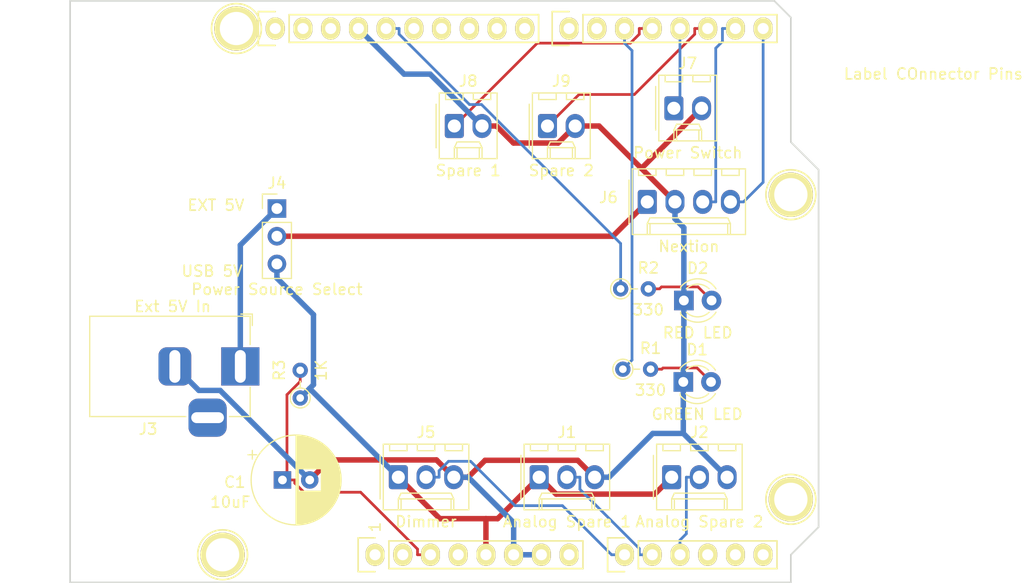
<source format=kicad_pcb>
(kicad_pcb (version 20171130) (host pcbnew "(5.1.5-0-10_14)")

  (general
    (thickness 1.6)
    (drawings 30)
    (tracks 121)
    (zones 0)
    (modules 23)
    (nets 39)
  )

  (page A4)
  (title_block
    (date "lun. 30 mars 2015")
  )

  (layers
    (0 F.Cu signal)
    (31 B.Cu signal)
    (32 B.Adhes user)
    (33 F.Adhes user)
    (34 B.Paste user)
    (35 F.Paste user)
    (36 B.SilkS user)
    (37 F.SilkS user)
    (38 B.Mask user)
    (39 F.Mask user)
    (40 Dwgs.User user)
    (41 Cmts.User user)
    (42 Eco1.User user)
    (43 Eco2.User user)
    (44 Edge.Cuts user)
    (45 Margin user)
    (46 B.CrtYd user)
    (47 F.CrtYd user)
    (48 B.Fab user)
    (49 F.Fab user)
  )

  (setup
    (last_trace_width 0.25)
    (trace_clearance 0.2)
    (zone_clearance 0.508)
    (zone_45_only no)
    (trace_min 0.2)
    (via_size 0.6)
    (via_drill 0.4)
    (via_min_size 0.4)
    (via_min_drill 0.3)
    (uvia_size 0.3)
    (uvia_drill 0.1)
    (uvias_allowed no)
    (uvia_min_size 0.2)
    (uvia_min_drill 0.1)
    (edge_width 0.15)
    (segment_width 0.15)
    (pcb_text_width 0.3)
    (pcb_text_size 1.5 1.5)
    (mod_edge_width 0.15)
    (mod_text_size 1 1)
    (mod_text_width 0.15)
    (pad_size 4.064 4.064)
    (pad_drill 3.048)
    (pad_to_mask_clearance 0)
    (aux_axis_origin 110.998 126.365)
    (grid_origin 110.998 126.365)
    (visible_elements FFFFFF7F)
    (pcbplotparams
      (layerselection 0x00030_80000001)
      (usegerberextensions false)
      (usegerberattributes false)
      (usegerberadvancedattributes false)
      (creategerberjobfile false)
      (excludeedgelayer true)
      (linewidth 0.100000)
      (plotframeref false)
      (viasonmask false)
      (mode 1)
      (useauxorigin false)
      (hpglpennumber 1)
      (hpglpenspeed 20)
      (hpglpendiameter 15.000000)
      (psnegative false)
      (psa4output false)
      (plotreference true)
      (plotvalue true)
      (plotinvisibletext false)
      (padsonsilk false)
      (subtractmaskfromsilk false)
      (outputformat 1)
      (mirror false)
      (drillshape 1)
      (scaleselection 1)
      (outputdirectory ""))
  )

  (net 0 "")
  (net 1 /IOREF)
  (net 2 /Reset)
  (net 3 +5V)
  (net 4 GND)
  (net 5 /Vin)
  (net 6 /A0)
  (net 7 /A1)
  (net 8 /A2)
  (net 9 /A3)
  (net 10 /AREF)
  (net 11 "/9(**)")
  (net 12 /8)
  (net 13 /7)
  (net 14 "/6(**)")
  (net 15 "/5(**)")
  (net 16 /4)
  (net 17 "/3(**)")
  (net 18 /2)
  (net 19 "/1(Tx)")
  (net 20 "/0(Rx)")
  (net 21 "Net-(P5-Pad1)")
  (net 22 "Net-(P6-Pad1)")
  (net 23 "Net-(P7-Pad1)")
  (net 24 "Net-(P8-Pad1)")
  (net 25 "/13(SCK)")
  (net 26 "/10(**/SS)")
  (net 27 "Net-(P1-Pad1)")
  (net 28 +3V3)
  (net 29 "/12(MISO)")
  (net 30 "/11(**/MOSI)")
  (net 31 "Net-(D1-Pad2)")
  (net 32 "Net-(D2-Pad2)")
  (net 33 +5VD)
  (net 34 /EXT5VIN)
  (net 35 /A4)
  (net 36 /A5)
  (net 37 "/(SCL)")
  (net 38 "/(SDA)")

  (net_class Default "This is the default net class."
    (clearance 0.2)
    (trace_width 0.25)
    (via_dia 0.6)
    (via_drill 0.4)
    (uvia_dia 0.3)
    (uvia_drill 0.1)
    (add_net +3V3)
    (add_net "/(SCL)")
    (add_net "/(SDA)")
    (add_net "/0(Rx)")
    (add_net "/1(Tx)")
    (add_net "/10(**/SS)")
    (add_net "/11(**/MOSI)")
    (add_net "/12(MISO)")
    (add_net "/13(SCK)")
    (add_net /2)
    (add_net "/3(**)")
    (add_net /4)
    (add_net "/5(**)")
    (add_net "/6(**)")
    (add_net /7)
    (add_net /8)
    (add_net "/9(**)")
    (add_net /A0)
    (add_net /A1)
    (add_net /A2)
    (add_net /A3)
    (add_net /A4)
    (add_net /A5)
    (add_net /AREF)
    (add_net /IOREF)
    (add_net /Reset)
    (add_net /Vin)
    (add_net "Net-(D1-Pad2)")
    (add_net "Net-(D2-Pad2)")
    (add_net "Net-(P1-Pad1)")
    (add_net "Net-(P5-Pad1)")
    (add_net "Net-(P6-Pad1)")
    (add_net "Net-(P7-Pad1)")
    (add_net "Net-(P8-Pad1)")
  )

  (net_class POWER ""
    (clearance 0.2)
    (trace_width 0.5)
    (via_dia 0.6)
    (via_drill 0.4)
    (uvia_dia 0.3)
    (uvia_drill 0.1)
    (add_net +5V)
    (add_net +5VD)
    (add_net /EXT5VIN)
    (add_net GND)
  )

  (module PT_Library_v001:PT_R_Axial_DIN0204_L3.6mm_D1.6mm_P2.54mm_Vertical (layer F.Cu) (tedit 5AE5139B) (tstamp 6271B0B3)
    (at 132.08 109.449 90)
    (descr "Resistor, Axial_DIN0204 series, Axial, Vertical, pin pitch=2.54mm, 0.167W, length*diameter=3.6*1.6mm^2, http://cdn-reichelt.de/documents/datenblatt/B400/1_4W%23YAG.pdf")
    (tags "Resistor Axial_DIN0204 series Axial Vertical pin pitch 2.54mm 0.167W length 3.6mm diameter 1.6mm")
    (path /627413B4)
    (fp_text reference R3 (at 2.54 -1.92 90) (layer F.SilkS)
      (effects (font (size 1 1) (thickness 0.15)))
    )
    (fp_text value 1K (at 2.54 1.92 90) (layer F.SilkS)
      (effects (font (size 1 1) (thickness 0.15)))
    )
    (fp_circle (center 0 0) (end 0.8 0) (layer F.Fab) (width 0.1))
    (fp_circle (center 0 0) (end 0.92 0) (layer F.SilkS) (width 0.12))
    (fp_line (start 0 0) (end 2.54 0) (layer F.Fab) (width 0.1))
    (fp_line (start 0.92 0) (end 1.54 0) (layer F.SilkS) (width 0.12))
    (fp_line (start -1.05 -1.05) (end -1.05 1.05) (layer F.CrtYd) (width 0.05))
    (fp_line (start -1.05 1.05) (end 3.49 1.05) (layer F.CrtYd) (width 0.05))
    (fp_line (start 3.49 1.05) (end 3.49 -1.05) (layer F.CrtYd) (width 0.05))
    (fp_line (start 3.49 -1.05) (end -1.05 -1.05) (layer F.CrtYd) (width 0.05))
    (fp_text user %R (at 2.54 -1.92 90) (layer F.Fab)
      (effects (font (size 1 1) (thickness 0.15)))
    )
    (pad 1 thru_hole circle (at 0 0 90) (size 1.4 1.4) (drill 0.7) (layers *.Cu *.Mask)
      (net 3 +5V))
    (pad 2 thru_hole oval (at 2.54 0 90) (size 1.4 1.4) (drill 0.7) (layers *.Cu *.Mask)
      (net 2 /Reset))
    (model ${KISYS3DMOD}/Resistor_THT.3dshapes/R_Axial_DIN0204_L3.6mm_D1.6mm_P2.54mm_Vertical.wrl
      (at (xyz 0 0 0))
      (scale (xyz 1 1 1))
      (rotate (xyz 0 0 0))
    )
  )

  (module PT_Library_v001:PT_R_Axial_DIN0204_L3.6mm_D1.6mm_P2.54mm_Vertical (layer F.Cu) (tedit 5AE5139B) (tstamp 6271B09C)
    (at 161.442 99.4406)
    (descr "Resistor, Axial_DIN0204 series, Axial, Vertical, pin pitch=2.54mm, 0.167W, length*diameter=3.6*1.6mm^2, http://cdn-reichelt.de/documents/datenblatt/B400/1_4W%23YAG.pdf")
    (tags "Resistor Axial_DIN0204 series Axial Vertical pin pitch 2.54mm 0.167W length 3.6mm diameter 1.6mm")
    (path /62723F34)
    (fp_text reference R2 (at 2.54 -1.92) (layer F.SilkS)
      (effects (font (size 1 1) (thickness 0.15)))
    )
    (fp_text value 330 (at 2.54 1.92) (layer F.SilkS)
      (effects (font (size 1 1) (thickness 0.15)))
    )
    (fp_circle (center 0 0) (end 0.8 0) (layer F.Fab) (width 0.1))
    (fp_circle (center 0 0) (end 0.92 0) (layer F.SilkS) (width 0.12))
    (fp_line (start 0 0) (end 2.54 0) (layer F.Fab) (width 0.1))
    (fp_line (start 0.92 0) (end 1.54 0) (layer F.SilkS) (width 0.12))
    (fp_line (start -1.05 -1.05) (end -1.05 1.05) (layer F.CrtYd) (width 0.05))
    (fp_line (start -1.05 1.05) (end 3.49 1.05) (layer F.CrtYd) (width 0.05))
    (fp_line (start 3.49 1.05) (end 3.49 -1.05) (layer F.CrtYd) (width 0.05))
    (fp_line (start 3.49 -1.05) (end -1.05 -1.05) (layer F.CrtYd) (width 0.05))
    (fp_text user %R (at 2.54 -1.92) (layer F.Fab)
      (effects (font (size 1 1) (thickness 0.15)))
    )
    (pad 1 thru_hole circle (at 0 0) (size 1.4 1.4) (drill 0.7) (layers *.Cu *.Mask)
      (net 25 "/13(SCK)"))
    (pad 2 thru_hole oval (at 2.54 0) (size 1.4 1.4) (drill 0.7) (layers *.Cu *.Mask)
      (net 32 "Net-(D2-Pad2)"))
    (model ${KISYS3DMOD}/Resistor_THT.3dshapes/R_Axial_DIN0204_L3.6mm_D1.6mm_P2.54mm_Vertical.wrl
      (at (xyz 0 0 0))
      (scale (xyz 1 1 1))
      (rotate (xyz 0 0 0))
    )
  )

  (module PT_Library_v001:PT_R_Axial_DIN0204_L3.6mm_D1.6mm_P2.54mm_Vertical (layer F.Cu) (tedit 5AE5139B) (tstamp 6271B085)
    (at 161.645 106.807)
    (descr "Resistor, Axial_DIN0204 series, Axial, Vertical, pin pitch=2.54mm, 0.167W, length*diameter=3.6*1.6mm^2, http://cdn-reichelt.de/documents/datenblatt/B400/1_4W%23YAG.pdf")
    (tags "Resistor Axial_DIN0204 series Axial Vertical pin pitch 2.54mm 0.167W length 3.6mm diameter 1.6mm")
    (path /6272301C)
    (fp_text reference R1 (at 2.54 -1.92) (layer F.SilkS)
      (effects (font (size 1 1) (thickness 0.15)))
    )
    (fp_text value 330 (at 2.54 1.92) (layer F.SilkS)
      (effects (font (size 1 1) (thickness 0.15)))
    )
    (fp_circle (center 0 0) (end 0.8 0) (layer F.Fab) (width 0.1))
    (fp_circle (center 0 0) (end 0.92 0) (layer F.SilkS) (width 0.12))
    (fp_line (start 0 0) (end 2.54 0) (layer F.Fab) (width 0.1))
    (fp_line (start 0.92 0) (end 1.54 0) (layer F.SilkS) (width 0.12))
    (fp_line (start -1.05 -1.05) (end -1.05 1.05) (layer F.CrtYd) (width 0.05))
    (fp_line (start -1.05 1.05) (end 3.49 1.05) (layer F.CrtYd) (width 0.05))
    (fp_line (start 3.49 1.05) (end 3.49 -1.05) (layer F.CrtYd) (width 0.05))
    (fp_line (start 3.49 -1.05) (end -1.05 -1.05) (layer F.CrtYd) (width 0.05))
    (fp_text user %R (at 2.54 -1.92) (layer F.Fab)
      (effects (font (size 1 1) (thickness 0.15)))
    )
    (pad 1 thru_hole circle (at 0 0) (size 1.4 1.4) (drill 0.7) (layers *.Cu *.Mask)
      (net 15 "/5(**)"))
    (pad 2 thru_hole oval (at 2.54 0) (size 1.4 1.4) (drill 0.7) (layers *.Cu *.Mask)
      (net 31 "Net-(D1-Pad2)"))
    (model ${KISYS3DMOD}/Resistor_THT.3dshapes/R_Axial_DIN0204_L3.6mm_D1.6mm_P2.54mm_Vertical.wrl
      (at (xyz 0 0 0))
      (scale (xyz 1 1 1))
      (rotate (xyz 0 0 0))
    )
  )

  (module PT_Library_v001:Molex_1x02_P2.54mm_Vertical (layer F.Cu) (tedit 5B78013E) (tstamp 6271AE4C)
    (at 154.737 84.5058)
    (descr "Molex KK-254 Interconnect System, old/engineering part number: AE-6410-02A example for new part number: 22-27-2021, 2 Pins (http://www.molex.com/pdm_docs/sd/022272021_sd.pdf), generated with kicad-footprint-generator")
    (tags "connector Molex KK-254 side entry")
    (path /62722577)
    (fp_text reference J9 (at 1.27 -4.12) (layer F.SilkS)
      (effects (font (size 1 1) (thickness 0.15)))
    )
    (fp_text value "Spare 2" (at 1.27 4.08) (layer F.SilkS)
      (effects (font (size 1 1) (thickness 0.15)))
    )
    (fp_text user %R (at 1.27 -2.22) (layer F.Fab)
      (effects (font (size 1 1) (thickness 0.15)))
    )
    (fp_line (start 4.31 -3.42) (end -1.77 -3.42) (layer F.CrtYd) (width 0.05))
    (fp_line (start 4.31 3.38) (end 4.31 -3.42) (layer F.CrtYd) (width 0.05))
    (fp_line (start -1.77 3.38) (end 4.31 3.38) (layer F.CrtYd) (width 0.05))
    (fp_line (start -1.77 -3.42) (end -1.77 3.38) (layer F.CrtYd) (width 0.05))
    (fp_line (start 3.34 -2.43) (end 3.34 -3.03) (layer F.SilkS) (width 0.12))
    (fp_line (start 1.74 -2.43) (end 3.34 -2.43) (layer F.SilkS) (width 0.12))
    (fp_line (start 1.74 -3.03) (end 1.74 -2.43) (layer F.SilkS) (width 0.12))
    (fp_line (start 0.8 -2.43) (end 0.8 -3.03) (layer F.SilkS) (width 0.12))
    (fp_line (start -0.8 -2.43) (end 0.8 -2.43) (layer F.SilkS) (width 0.12))
    (fp_line (start -0.8 -3.03) (end -0.8 -2.43) (layer F.SilkS) (width 0.12))
    (fp_line (start 2.29 2.99) (end 2.29 1.99) (layer F.SilkS) (width 0.12))
    (fp_line (start 0.25 2.99) (end 0.25 1.99) (layer F.SilkS) (width 0.12))
    (fp_line (start 2.29 1.46) (end 2.54 1.99) (layer F.SilkS) (width 0.12))
    (fp_line (start 0.25 1.46) (end 2.29 1.46) (layer F.SilkS) (width 0.12))
    (fp_line (start 0 1.99) (end 0.25 1.46) (layer F.SilkS) (width 0.12))
    (fp_line (start 2.54 1.99) (end 2.54 2.99) (layer F.SilkS) (width 0.12))
    (fp_line (start 0 1.99) (end 2.54 1.99) (layer F.SilkS) (width 0.12))
    (fp_line (start 0 2.99) (end 0 1.99) (layer F.SilkS) (width 0.12))
    (fp_line (start -0.562893 0) (end -1.27 0.5) (layer F.Fab) (width 0.1))
    (fp_line (start -1.27 -0.5) (end -0.562893 0) (layer F.Fab) (width 0.1))
    (fp_line (start -1.67 -2) (end -1.67 2) (layer F.SilkS) (width 0.12))
    (fp_line (start 3.92 -3.03) (end -1.38 -3.03) (layer F.SilkS) (width 0.12))
    (fp_line (start 3.92 2.99) (end 3.92 -3.03) (layer F.SilkS) (width 0.12))
    (fp_line (start -1.38 2.99) (end 3.92 2.99) (layer F.SilkS) (width 0.12))
    (fp_line (start -1.38 -3.03) (end -1.38 2.99) (layer F.SilkS) (width 0.12))
    (fp_line (start 3.81 -2.92) (end -1.27 -2.92) (layer F.Fab) (width 0.1))
    (fp_line (start 3.81 2.88) (end 3.81 -2.92) (layer F.Fab) (width 0.1))
    (fp_line (start -1.27 2.88) (end 3.81 2.88) (layer F.Fab) (width 0.1))
    (fp_line (start -1.27 -2.92) (end -1.27 2.88) (layer F.Fab) (width 0.1))
    (pad 2 thru_hole oval (at 2.54 0) (size 1.74 2.2) (drill 1.2) (layers *.Cu *.Mask)
      (net 4 GND))
    (pad 1 thru_hole roundrect (at 0 0) (size 1.74 2.2) (drill 1.2) (layers *.Cu *.Mask) (roundrect_rratio 0.143678)
      (net 18 /2))
    (model ${KISYS3DMOD}/Connector_Molex.3dshapes/Molex_KK-254_AE-6410-02A_1x02_P2.54mm_Vertical.wrl
      (at (xyz 0 0 0))
      (scale (xyz 1 1 1))
      (rotate (xyz 0 0 0))
    )
  )

  (module PT_Library_v001:Molex_1x02_P2.54mm_Vertical (layer F.Cu) (tedit 5B78013E) (tstamp 6271AE28)
    (at 146.202 84.5058)
    (descr "Molex KK-254 Interconnect System, old/engineering part number: AE-6410-02A example for new part number: 22-27-2021, 2 Pins (http://www.molex.com/pdm_docs/sd/022272021_sd.pdf), generated with kicad-footprint-generator")
    (tags "connector Molex KK-254 side entry")
    (path /6272027C)
    (fp_text reference J8 (at 1.27 -4.12) (layer F.SilkS)
      (effects (font (size 1 1) (thickness 0.15)))
    )
    (fp_text value "Spare 1" (at 1.27 4.08) (layer F.SilkS)
      (effects (font (size 1 1) (thickness 0.15)))
    )
    (fp_text user %R (at 1.27 -2.22) (layer F.Fab)
      (effects (font (size 1 1) (thickness 0.15)))
    )
    (fp_line (start 4.31 -3.42) (end -1.77 -3.42) (layer F.CrtYd) (width 0.05))
    (fp_line (start 4.31 3.38) (end 4.31 -3.42) (layer F.CrtYd) (width 0.05))
    (fp_line (start -1.77 3.38) (end 4.31 3.38) (layer F.CrtYd) (width 0.05))
    (fp_line (start -1.77 -3.42) (end -1.77 3.38) (layer F.CrtYd) (width 0.05))
    (fp_line (start 3.34 -2.43) (end 3.34 -3.03) (layer F.SilkS) (width 0.12))
    (fp_line (start 1.74 -2.43) (end 3.34 -2.43) (layer F.SilkS) (width 0.12))
    (fp_line (start 1.74 -3.03) (end 1.74 -2.43) (layer F.SilkS) (width 0.12))
    (fp_line (start 0.8 -2.43) (end 0.8 -3.03) (layer F.SilkS) (width 0.12))
    (fp_line (start -0.8 -2.43) (end 0.8 -2.43) (layer F.SilkS) (width 0.12))
    (fp_line (start -0.8 -3.03) (end -0.8 -2.43) (layer F.SilkS) (width 0.12))
    (fp_line (start 2.29 2.99) (end 2.29 1.99) (layer F.SilkS) (width 0.12))
    (fp_line (start 0.25 2.99) (end 0.25 1.99) (layer F.SilkS) (width 0.12))
    (fp_line (start 2.29 1.46) (end 2.54 1.99) (layer F.SilkS) (width 0.12))
    (fp_line (start 0.25 1.46) (end 2.29 1.46) (layer F.SilkS) (width 0.12))
    (fp_line (start 0 1.99) (end 0.25 1.46) (layer F.SilkS) (width 0.12))
    (fp_line (start 2.54 1.99) (end 2.54 2.99) (layer F.SilkS) (width 0.12))
    (fp_line (start 0 1.99) (end 2.54 1.99) (layer F.SilkS) (width 0.12))
    (fp_line (start 0 2.99) (end 0 1.99) (layer F.SilkS) (width 0.12))
    (fp_line (start -0.562893 0) (end -1.27 0.5) (layer F.Fab) (width 0.1))
    (fp_line (start -1.27 -0.5) (end -0.562893 0) (layer F.Fab) (width 0.1))
    (fp_line (start -1.67 -2) (end -1.67 2) (layer F.SilkS) (width 0.12))
    (fp_line (start 3.92 -3.03) (end -1.38 -3.03) (layer F.SilkS) (width 0.12))
    (fp_line (start 3.92 2.99) (end 3.92 -3.03) (layer F.SilkS) (width 0.12))
    (fp_line (start -1.38 2.99) (end 3.92 2.99) (layer F.SilkS) (width 0.12))
    (fp_line (start -1.38 -3.03) (end -1.38 2.99) (layer F.SilkS) (width 0.12))
    (fp_line (start 3.81 -2.92) (end -1.27 -2.92) (layer F.Fab) (width 0.1))
    (fp_line (start 3.81 2.88) (end 3.81 -2.92) (layer F.Fab) (width 0.1))
    (fp_line (start -1.27 2.88) (end 3.81 2.88) (layer F.Fab) (width 0.1))
    (fp_line (start -1.27 -2.92) (end -1.27 2.88) (layer F.Fab) (width 0.1))
    (pad 2 thru_hole oval (at 2.54 0) (size 1.74 2.2) (drill 1.2) (layers *.Cu *.Mask)
      (net 4 GND))
    (pad 1 thru_hole roundrect (at 0 0) (size 1.74 2.2) (drill 1.2) (layers *.Cu *.Mask) (roundrect_rratio 0.143678)
      (net 16 /4))
    (model ${KISYS3DMOD}/Connector_Molex.3dshapes/Molex_KK-254_AE-6410-02A_1x02_P2.54mm_Vertical.wrl
      (at (xyz 0 0 0))
      (scale (xyz 1 1 1))
      (rotate (xyz 0 0 0))
    )
  )

  (module PT_Library_v001:Molex_1x02_P2.54mm_Vertical (layer F.Cu) (tedit 5B78013E) (tstamp 6271AF96)
    (at 166.319 82.8802)
    (descr "Molex KK-254 Interconnect System, old/engineering part number: AE-6410-02A example for new part number: 22-27-2021, 2 Pins (http://www.molex.com/pdm_docs/sd/022272021_sd.pdf), generated with kicad-footprint-generator")
    (tags "connector Molex KK-254 side entry")
    (path /62736462)
    (fp_text reference J7 (at 1.27 -4.12) (layer F.SilkS)
      (effects (font (size 1 1) (thickness 0.15)))
    )
    (fp_text value "Power Switch" (at 1.27 4.08) (layer F.SilkS)
      (effects (font (size 1 1) (thickness 0.15)))
    )
    (fp_text user %R (at 1.27 -2.22) (layer F.Fab)
      (effects (font (size 1 1) (thickness 0.15)))
    )
    (fp_line (start 4.31 -3.42) (end -1.77 -3.42) (layer F.CrtYd) (width 0.05))
    (fp_line (start 4.31 3.38) (end 4.31 -3.42) (layer F.CrtYd) (width 0.05))
    (fp_line (start -1.77 3.38) (end 4.31 3.38) (layer F.CrtYd) (width 0.05))
    (fp_line (start -1.77 -3.42) (end -1.77 3.38) (layer F.CrtYd) (width 0.05))
    (fp_line (start 3.34 -2.43) (end 3.34 -3.03) (layer F.SilkS) (width 0.12))
    (fp_line (start 1.74 -2.43) (end 3.34 -2.43) (layer F.SilkS) (width 0.12))
    (fp_line (start 1.74 -3.03) (end 1.74 -2.43) (layer F.SilkS) (width 0.12))
    (fp_line (start 0.8 -2.43) (end 0.8 -3.03) (layer F.SilkS) (width 0.12))
    (fp_line (start -0.8 -2.43) (end 0.8 -2.43) (layer F.SilkS) (width 0.12))
    (fp_line (start -0.8 -3.03) (end -0.8 -2.43) (layer F.SilkS) (width 0.12))
    (fp_line (start 2.29 2.99) (end 2.29 1.99) (layer F.SilkS) (width 0.12))
    (fp_line (start 0.25 2.99) (end 0.25 1.99) (layer F.SilkS) (width 0.12))
    (fp_line (start 2.29 1.46) (end 2.54 1.99) (layer F.SilkS) (width 0.12))
    (fp_line (start 0.25 1.46) (end 2.29 1.46) (layer F.SilkS) (width 0.12))
    (fp_line (start 0 1.99) (end 0.25 1.46) (layer F.SilkS) (width 0.12))
    (fp_line (start 2.54 1.99) (end 2.54 2.99) (layer F.SilkS) (width 0.12))
    (fp_line (start 0 1.99) (end 2.54 1.99) (layer F.SilkS) (width 0.12))
    (fp_line (start 0 2.99) (end 0 1.99) (layer F.SilkS) (width 0.12))
    (fp_line (start -0.562893 0) (end -1.27 0.5) (layer F.Fab) (width 0.1))
    (fp_line (start -1.27 -0.5) (end -0.562893 0) (layer F.Fab) (width 0.1))
    (fp_line (start -1.67 -2) (end -1.67 2) (layer F.SilkS) (width 0.12))
    (fp_line (start 3.92 -3.03) (end -1.38 -3.03) (layer F.SilkS) (width 0.12))
    (fp_line (start 3.92 2.99) (end 3.92 -3.03) (layer F.SilkS) (width 0.12))
    (fp_line (start -1.38 2.99) (end 3.92 2.99) (layer F.SilkS) (width 0.12))
    (fp_line (start -1.38 -3.03) (end -1.38 2.99) (layer F.SilkS) (width 0.12))
    (fp_line (start 3.81 -2.92) (end -1.27 -2.92) (layer F.Fab) (width 0.1))
    (fp_line (start 3.81 2.88) (end 3.81 -2.92) (layer F.Fab) (width 0.1))
    (fp_line (start -1.27 2.88) (end 3.81 2.88) (layer F.Fab) (width 0.1))
    (fp_line (start -1.27 -2.92) (end -1.27 2.88) (layer F.Fab) (width 0.1))
    (pad 2 thru_hole oval (at 2.54 0) (size 1.74 2.2) (drill 1.2) (layers *.Cu *.Mask)
      (net 4 GND))
    (pad 1 thru_hole roundrect (at 0 0) (size 1.74 2.2) (drill 1.2) (layers *.Cu *.Mask) (roundrect_rratio 0.143678)
      (net 17 "/3(**)"))
    (model ${KISYS3DMOD}/Connector_Molex.3dshapes/Molex_KK-254_AE-6410-02A_1x02_P2.54mm_Vertical.wrl
      (at (xyz 0 0 0))
      (scale (xyz 1 1 1))
      (rotate (xyz 0 0 0))
    )
  )

  (module PT_Library_v001:Molex_1x04_P2.54mm_Vertical (layer F.Cu) (tedit 5B78013E) (tstamp 6271AF72)
    (at 163.881 91.4654)
    (descr "Molex KK-254 Interconnect System, old/engineering part number: AE-6410-04A example for new part number: 22-27-2041, 4 Pins (http://www.molex.com/pdm_docs/sd/022272021_sd.pdf), generated with kicad-footprint-generator")
    (tags "connector Molex KK-254 side entry")
    (path /62724887)
    (fp_text reference J6 (at -3.5562 -0.4064) (layer F.SilkS)
      (effects (font (size 1 1) (thickness 0.15)))
    )
    (fp_text value Nextion (at 3.81 4.08) (layer F.SilkS)
      (effects (font (size 1 1) (thickness 0.15)))
    )
    (fp_text user %R (at 3.81 -2.22) (layer F.Fab)
      (effects (font (size 1 1) (thickness 0.15)))
    )
    (fp_line (start 9.39 -3.42) (end -1.77 -3.42) (layer F.CrtYd) (width 0.05))
    (fp_line (start 9.39 3.38) (end 9.39 -3.42) (layer F.CrtYd) (width 0.05))
    (fp_line (start -1.77 3.38) (end 9.39 3.38) (layer F.CrtYd) (width 0.05))
    (fp_line (start -1.77 -3.42) (end -1.77 3.38) (layer F.CrtYd) (width 0.05))
    (fp_line (start 8.42 -2.43) (end 8.42 -3.03) (layer F.SilkS) (width 0.12))
    (fp_line (start 6.82 -2.43) (end 8.42 -2.43) (layer F.SilkS) (width 0.12))
    (fp_line (start 6.82 -3.03) (end 6.82 -2.43) (layer F.SilkS) (width 0.12))
    (fp_line (start 5.88 -2.43) (end 5.88 -3.03) (layer F.SilkS) (width 0.12))
    (fp_line (start 4.28 -2.43) (end 5.88 -2.43) (layer F.SilkS) (width 0.12))
    (fp_line (start 4.28 -3.03) (end 4.28 -2.43) (layer F.SilkS) (width 0.12))
    (fp_line (start 3.34 -2.43) (end 3.34 -3.03) (layer F.SilkS) (width 0.12))
    (fp_line (start 1.74 -2.43) (end 3.34 -2.43) (layer F.SilkS) (width 0.12))
    (fp_line (start 1.74 -3.03) (end 1.74 -2.43) (layer F.SilkS) (width 0.12))
    (fp_line (start 0.8 -2.43) (end 0.8 -3.03) (layer F.SilkS) (width 0.12))
    (fp_line (start -0.8 -2.43) (end 0.8 -2.43) (layer F.SilkS) (width 0.12))
    (fp_line (start -0.8 -3.03) (end -0.8 -2.43) (layer F.SilkS) (width 0.12))
    (fp_line (start 7.37 2.99) (end 7.37 1.99) (layer F.SilkS) (width 0.12))
    (fp_line (start 0.25 2.99) (end 0.25 1.99) (layer F.SilkS) (width 0.12))
    (fp_line (start 7.37 1.46) (end 7.62 1.99) (layer F.SilkS) (width 0.12))
    (fp_line (start 0.25 1.46) (end 7.37 1.46) (layer F.SilkS) (width 0.12))
    (fp_line (start 0 1.99) (end 0.25 1.46) (layer F.SilkS) (width 0.12))
    (fp_line (start 7.62 1.99) (end 7.62 2.99) (layer F.SilkS) (width 0.12))
    (fp_line (start 0 1.99) (end 7.62 1.99) (layer F.SilkS) (width 0.12))
    (fp_line (start 0 2.99) (end 0 1.99) (layer F.SilkS) (width 0.12))
    (fp_line (start -0.562893 0) (end -1.27 0.5) (layer F.Fab) (width 0.1))
    (fp_line (start -1.27 -0.5) (end -0.562893 0) (layer F.Fab) (width 0.1))
    (fp_line (start -1.67 -2) (end -1.67 2) (layer F.SilkS) (width 0.12))
    (fp_line (start 9 -3.03) (end -1.38 -3.03) (layer F.SilkS) (width 0.12))
    (fp_line (start 9 2.99) (end 9 -3.03) (layer F.SilkS) (width 0.12))
    (fp_line (start -1.38 2.99) (end 9 2.99) (layer F.SilkS) (width 0.12))
    (fp_line (start -1.38 -3.03) (end -1.38 2.99) (layer F.SilkS) (width 0.12))
    (fp_line (start 8.89 -2.92) (end -1.27 -2.92) (layer F.Fab) (width 0.1))
    (fp_line (start 8.89 2.88) (end 8.89 -2.92) (layer F.Fab) (width 0.1))
    (fp_line (start -1.27 2.88) (end 8.89 2.88) (layer F.Fab) (width 0.1))
    (fp_line (start -1.27 -2.92) (end -1.27 2.88) (layer F.Fab) (width 0.1))
    (pad 4 thru_hole oval (at 7.62 0) (size 1.74 2.2) (drill 1.2) (layers *.Cu *.Mask)
      (net 20 "/0(Rx)"))
    (pad 3 thru_hole oval (at 5.08 0) (size 1.74 2.2) (drill 1.2) (layers *.Cu *.Mask)
      (net 19 "/1(Tx)"))
    (pad 2 thru_hole oval (at 2.54 0) (size 1.74 2.2) (drill 1.2) (layers *.Cu *.Mask)
      (net 4 GND))
    (pad 1 thru_hole roundrect (at 0 0) (size 1.74 2.2) (drill 1.2) (layers *.Cu *.Mask) (roundrect_rratio 0.143678)
      (net 33 +5VD))
    (model ${KISYS3DMOD}/Connector_Molex.3dshapes/Molex_KK-254_AE-6410-04A_1x04_P2.54mm_Vertical.wrl
      (at (xyz 0 0 0))
      (scale (xyz 1 1 1))
      (rotate (xyz 0 0 0))
    )
  )

  (module PT_Library_v001:Molex_1x03_P2.54mm_Vertical (layer F.Cu) (tedit 5B78013E) (tstamp 6271AF46)
    (at 141.072 116.713)
    (descr "Molex KK-254 Interconnect System, old/engineering part number: AE-6410-03A example for new part number: 22-27-2031, 3 Pins (http://www.molex.com/pdm_docs/sd/022272021_sd.pdf), generated with kicad-footprint-generator")
    (tags "connector Molex KK-254 side entry")
    (path /6272AB8D)
    (fp_text reference J5 (at 2.54 -4.12) (layer F.SilkS)
      (effects (font (size 1 1) (thickness 0.15)))
    )
    (fp_text value Dimmer (at 2.54 4.08) (layer F.SilkS)
      (effects (font (size 1 1) (thickness 0.15)))
    )
    (fp_text user %R (at 2.54 -2.22) (layer F.Fab)
      (effects (font (size 1 1) (thickness 0.15)))
    )
    (fp_line (start 6.85 -3.42) (end -1.77 -3.42) (layer F.CrtYd) (width 0.05))
    (fp_line (start 6.85 3.38) (end 6.85 -3.42) (layer F.CrtYd) (width 0.05))
    (fp_line (start -1.77 3.38) (end 6.85 3.38) (layer F.CrtYd) (width 0.05))
    (fp_line (start -1.77 -3.42) (end -1.77 3.38) (layer F.CrtYd) (width 0.05))
    (fp_line (start 5.88 -2.43) (end 5.88 -3.03) (layer F.SilkS) (width 0.12))
    (fp_line (start 4.28 -2.43) (end 5.88 -2.43) (layer F.SilkS) (width 0.12))
    (fp_line (start 4.28 -3.03) (end 4.28 -2.43) (layer F.SilkS) (width 0.12))
    (fp_line (start 3.34 -2.43) (end 3.34 -3.03) (layer F.SilkS) (width 0.12))
    (fp_line (start 1.74 -2.43) (end 3.34 -2.43) (layer F.SilkS) (width 0.12))
    (fp_line (start 1.74 -3.03) (end 1.74 -2.43) (layer F.SilkS) (width 0.12))
    (fp_line (start 0.8 -2.43) (end 0.8 -3.03) (layer F.SilkS) (width 0.12))
    (fp_line (start -0.8 -2.43) (end 0.8 -2.43) (layer F.SilkS) (width 0.12))
    (fp_line (start -0.8 -3.03) (end -0.8 -2.43) (layer F.SilkS) (width 0.12))
    (fp_line (start 4.83 2.99) (end 4.83 1.99) (layer F.SilkS) (width 0.12))
    (fp_line (start 0.25 2.99) (end 0.25 1.99) (layer F.SilkS) (width 0.12))
    (fp_line (start 4.83 1.46) (end 5.08 1.99) (layer F.SilkS) (width 0.12))
    (fp_line (start 0.25 1.46) (end 4.83 1.46) (layer F.SilkS) (width 0.12))
    (fp_line (start 0 1.99) (end 0.25 1.46) (layer F.SilkS) (width 0.12))
    (fp_line (start 5.08 1.99) (end 5.08 2.99) (layer F.SilkS) (width 0.12))
    (fp_line (start 0 1.99) (end 5.08 1.99) (layer F.SilkS) (width 0.12))
    (fp_line (start 0 2.99) (end 0 1.99) (layer F.SilkS) (width 0.12))
    (fp_line (start -0.562893 0) (end -1.27 0.5) (layer F.Fab) (width 0.1))
    (fp_line (start -1.27 -0.5) (end -0.562893 0) (layer F.Fab) (width 0.1))
    (fp_line (start -1.67 -2) (end -1.67 2) (layer F.SilkS) (width 0.12))
    (fp_line (start 6.46 -3.03) (end -1.38 -3.03) (layer F.SilkS) (width 0.12))
    (fp_line (start 6.46 2.99) (end 6.46 -3.03) (layer F.SilkS) (width 0.12))
    (fp_line (start -1.38 2.99) (end 6.46 2.99) (layer F.SilkS) (width 0.12))
    (fp_line (start -1.38 -3.03) (end -1.38 2.99) (layer F.SilkS) (width 0.12))
    (fp_line (start 6.35 -2.92) (end -1.27 -2.92) (layer F.Fab) (width 0.1))
    (fp_line (start 6.35 2.88) (end 6.35 -2.92) (layer F.Fab) (width 0.1))
    (fp_line (start -1.27 2.88) (end 6.35 2.88) (layer F.Fab) (width 0.1))
    (fp_line (start -1.27 -2.92) (end -1.27 2.88) (layer F.Fab) (width 0.1))
    (pad 3 thru_hole oval (at 5.08 0) (size 1.74 2.2) (drill 1.2) (layers *.Cu *.Mask)
      (net 4 GND))
    (pad 2 thru_hole oval (at 2.54 0) (size 1.74 2.2) (drill 1.2) (layers *.Cu *.Mask)
      (net 6 /A0))
    (pad 1 thru_hole roundrect (at 0 0) (size 1.74 2.2) (drill 1.2) (layers *.Cu *.Mask) (roundrect_rratio 0.143678)
      (net 3 +5V))
    (model ${KISYS3DMOD}/Connector_Molex.3dshapes/Molex_KK-254_AE-6410-03A_1x03_P2.54mm_Vertical.wrl
      (at (xyz 0 0 0))
      (scale (xyz 1 1 1))
      (rotate (xyz 0 0 0))
    )
  )

  (module PT_Library_v001:Molex_1x03_P2.54mm_Vertical (layer F.Cu) (tedit 5B78013E) (tstamp 6271AD57)
    (at 166.116 116.713)
    (descr "Molex KK-254 Interconnect System, old/engineering part number: AE-6410-03A example for new part number: 22-27-2031, 3 Pins (http://www.molex.com/pdm_docs/sd/022272021_sd.pdf), generated with kicad-footprint-generator")
    (tags "connector Molex KK-254 side entry")
    (path /6271D5AB)
    (fp_text reference J2 (at 2.54 -4.12) (layer F.SilkS)
      (effects (font (size 1 1) (thickness 0.15)))
    )
    (fp_text value "Analog Spare 2" (at 2.54 4.08) (layer F.SilkS)
      (effects (font (size 1 1) (thickness 0.15)))
    )
    (fp_text user %R (at 2.54 -2.22) (layer F.Fab)
      (effects (font (size 1 1) (thickness 0.15)))
    )
    (fp_line (start 6.85 -3.42) (end -1.77 -3.42) (layer F.CrtYd) (width 0.05))
    (fp_line (start 6.85 3.38) (end 6.85 -3.42) (layer F.CrtYd) (width 0.05))
    (fp_line (start -1.77 3.38) (end 6.85 3.38) (layer F.CrtYd) (width 0.05))
    (fp_line (start -1.77 -3.42) (end -1.77 3.38) (layer F.CrtYd) (width 0.05))
    (fp_line (start 5.88 -2.43) (end 5.88 -3.03) (layer F.SilkS) (width 0.12))
    (fp_line (start 4.28 -2.43) (end 5.88 -2.43) (layer F.SilkS) (width 0.12))
    (fp_line (start 4.28 -3.03) (end 4.28 -2.43) (layer F.SilkS) (width 0.12))
    (fp_line (start 3.34 -2.43) (end 3.34 -3.03) (layer F.SilkS) (width 0.12))
    (fp_line (start 1.74 -2.43) (end 3.34 -2.43) (layer F.SilkS) (width 0.12))
    (fp_line (start 1.74 -3.03) (end 1.74 -2.43) (layer F.SilkS) (width 0.12))
    (fp_line (start 0.8 -2.43) (end 0.8 -3.03) (layer F.SilkS) (width 0.12))
    (fp_line (start -0.8 -2.43) (end 0.8 -2.43) (layer F.SilkS) (width 0.12))
    (fp_line (start -0.8 -3.03) (end -0.8 -2.43) (layer F.SilkS) (width 0.12))
    (fp_line (start 4.83 2.99) (end 4.83 1.99) (layer F.SilkS) (width 0.12))
    (fp_line (start 0.25 2.99) (end 0.25 1.99) (layer F.SilkS) (width 0.12))
    (fp_line (start 4.83 1.46) (end 5.08 1.99) (layer F.SilkS) (width 0.12))
    (fp_line (start 0.25 1.46) (end 4.83 1.46) (layer F.SilkS) (width 0.12))
    (fp_line (start 0 1.99) (end 0.25 1.46) (layer F.SilkS) (width 0.12))
    (fp_line (start 5.08 1.99) (end 5.08 2.99) (layer F.SilkS) (width 0.12))
    (fp_line (start 0 1.99) (end 5.08 1.99) (layer F.SilkS) (width 0.12))
    (fp_line (start 0 2.99) (end 0 1.99) (layer F.SilkS) (width 0.12))
    (fp_line (start -0.562893 0) (end -1.27 0.5) (layer F.Fab) (width 0.1))
    (fp_line (start -1.27 -0.5) (end -0.562893 0) (layer F.Fab) (width 0.1))
    (fp_line (start -1.67 -2) (end -1.67 2) (layer F.SilkS) (width 0.12))
    (fp_line (start 6.46 -3.03) (end -1.38 -3.03) (layer F.SilkS) (width 0.12))
    (fp_line (start 6.46 2.99) (end 6.46 -3.03) (layer F.SilkS) (width 0.12))
    (fp_line (start -1.38 2.99) (end 6.46 2.99) (layer F.SilkS) (width 0.12))
    (fp_line (start -1.38 -3.03) (end -1.38 2.99) (layer F.SilkS) (width 0.12))
    (fp_line (start 6.35 -2.92) (end -1.27 -2.92) (layer F.Fab) (width 0.1))
    (fp_line (start 6.35 2.88) (end 6.35 -2.92) (layer F.Fab) (width 0.1))
    (fp_line (start -1.27 2.88) (end 6.35 2.88) (layer F.Fab) (width 0.1))
    (fp_line (start -1.27 -2.92) (end -1.27 2.88) (layer F.Fab) (width 0.1))
    (pad 3 thru_hole oval (at 5.08 0) (size 1.74 2.2) (drill 1.2) (layers *.Cu *.Mask)
      (net 4 GND))
    (pad 2 thru_hole oval (at 2.54 0) (size 1.74 2.2) (drill 1.2) (layers *.Cu *.Mask)
      (net 8 /A2))
    (pad 1 thru_hole roundrect (at 0 0) (size 1.74 2.2) (drill 1.2) (layers *.Cu *.Mask) (roundrect_rratio 0.143678)
      (net 3 +5V))
    (model ${KISYS3DMOD}/Connector_Molex.3dshapes/Molex_KK-254_AE-6410-03A_1x03_P2.54mm_Vertical.wrl
      (at (xyz 0 0 0))
      (scale (xyz 1 1 1))
      (rotate (xyz 0 0 0))
    )
  )

  (module PT_Library_v001:Molex_1x03_P2.54mm_Vertical (layer F.Cu) (tedit 5B78013E) (tstamp 6271AD2F)
    (at 153.975 116.713)
    (descr "Molex KK-254 Interconnect System, old/engineering part number: AE-6410-03A example for new part number: 22-27-2031, 3 Pins (http://www.molex.com/pdm_docs/sd/022272021_sd.pdf), generated with kicad-footprint-generator")
    (tags "connector Molex KK-254 side entry")
    (path /6271B769)
    (fp_text reference J1 (at 2.54 -4.12) (layer F.SilkS)
      (effects (font (size 1 1) (thickness 0.15)))
    )
    (fp_text value "Analog Spare 1" (at 2.54 4.08) (layer F.SilkS)
      (effects (font (size 1 1) (thickness 0.15)))
    )
    (fp_text user %R (at 2.54 -2.22) (layer F.Fab)
      (effects (font (size 1 1) (thickness 0.15)))
    )
    (fp_line (start 6.85 -3.42) (end -1.77 -3.42) (layer F.CrtYd) (width 0.05))
    (fp_line (start 6.85 3.38) (end 6.85 -3.42) (layer F.CrtYd) (width 0.05))
    (fp_line (start -1.77 3.38) (end 6.85 3.38) (layer F.CrtYd) (width 0.05))
    (fp_line (start -1.77 -3.42) (end -1.77 3.38) (layer F.CrtYd) (width 0.05))
    (fp_line (start 5.88 -2.43) (end 5.88 -3.03) (layer F.SilkS) (width 0.12))
    (fp_line (start 4.28 -2.43) (end 5.88 -2.43) (layer F.SilkS) (width 0.12))
    (fp_line (start 4.28 -3.03) (end 4.28 -2.43) (layer F.SilkS) (width 0.12))
    (fp_line (start 3.34 -2.43) (end 3.34 -3.03) (layer F.SilkS) (width 0.12))
    (fp_line (start 1.74 -2.43) (end 3.34 -2.43) (layer F.SilkS) (width 0.12))
    (fp_line (start 1.74 -3.03) (end 1.74 -2.43) (layer F.SilkS) (width 0.12))
    (fp_line (start 0.8 -2.43) (end 0.8 -3.03) (layer F.SilkS) (width 0.12))
    (fp_line (start -0.8 -2.43) (end 0.8 -2.43) (layer F.SilkS) (width 0.12))
    (fp_line (start -0.8 -3.03) (end -0.8 -2.43) (layer F.SilkS) (width 0.12))
    (fp_line (start 4.83 2.99) (end 4.83 1.99) (layer F.SilkS) (width 0.12))
    (fp_line (start 0.25 2.99) (end 0.25 1.99) (layer F.SilkS) (width 0.12))
    (fp_line (start 4.83 1.46) (end 5.08 1.99) (layer F.SilkS) (width 0.12))
    (fp_line (start 0.25 1.46) (end 4.83 1.46) (layer F.SilkS) (width 0.12))
    (fp_line (start 0 1.99) (end 0.25 1.46) (layer F.SilkS) (width 0.12))
    (fp_line (start 5.08 1.99) (end 5.08 2.99) (layer F.SilkS) (width 0.12))
    (fp_line (start 0 1.99) (end 5.08 1.99) (layer F.SilkS) (width 0.12))
    (fp_line (start 0 2.99) (end 0 1.99) (layer F.SilkS) (width 0.12))
    (fp_line (start -0.562893 0) (end -1.27 0.5) (layer F.Fab) (width 0.1))
    (fp_line (start -1.27 -0.5) (end -0.562893 0) (layer F.Fab) (width 0.1))
    (fp_line (start -1.67 -2) (end -1.67 2) (layer F.SilkS) (width 0.12))
    (fp_line (start 6.46 -3.03) (end -1.38 -3.03) (layer F.SilkS) (width 0.12))
    (fp_line (start 6.46 2.99) (end 6.46 -3.03) (layer F.SilkS) (width 0.12))
    (fp_line (start -1.38 2.99) (end 6.46 2.99) (layer F.SilkS) (width 0.12))
    (fp_line (start -1.38 -3.03) (end -1.38 2.99) (layer F.SilkS) (width 0.12))
    (fp_line (start 6.35 -2.92) (end -1.27 -2.92) (layer F.Fab) (width 0.1))
    (fp_line (start 6.35 2.88) (end 6.35 -2.92) (layer F.Fab) (width 0.1))
    (fp_line (start -1.27 2.88) (end 6.35 2.88) (layer F.Fab) (width 0.1))
    (fp_line (start -1.27 -2.92) (end -1.27 2.88) (layer F.Fab) (width 0.1))
    (pad 3 thru_hole oval (at 5.08 0) (size 1.74 2.2) (drill 1.2) (layers *.Cu *.Mask)
      (net 4 GND))
    (pad 2 thru_hole oval (at 2.54 0) (size 1.74 2.2) (drill 1.2) (layers *.Cu *.Mask)
      (net 7 /A1))
    (pad 1 thru_hole roundrect (at 0 0) (size 1.74 2.2) (drill 1.2) (layers *.Cu *.Mask) (roundrect_rratio 0.143678)
      (net 3 +5V))
    (model ${KISYS3DMOD}/Connector_Molex.3dshapes/Molex_KK-254_AE-6410-03A_1x03_P2.54mm_Vertical.wrl
      (at (xyz 0 0 0))
      (scale (xyz 1 1 1))
      (rotate (xyz 0 0 0))
    )
  )

  (module PT_Library_v001:PT_CP_Radial_D8.0mm_P2.50mm (layer F.Cu) (tedit 5AE50EF0) (tstamp 6271AEBE)
    (at 130.454 116.967)
    (descr "CP, Radial series, Radial, pin pitch=2.50mm, , diameter=8mm, Electrolytic Capacitor")
    (tags "CP Radial series Radial pin pitch 2.50mm  diameter 8mm Electrolytic Capacitor")
    (path /627436BF)
    (fp_text reference C1 (at -4.3684 0.2032) (layer F.SilkS)
      (effects (font (size 1 1) (thickness 0.15)))
    )
    (fp_text value 10uF (at -4.7748 2.032) (layer F.SilkS)
      (effects (font (size 1 1) (thickness 0.15)))
    )
    (fp_circle (center 1.25 0) (end 5.25 0) (layer F.Fab) (width 0.1))
    (fp_circle (center 1.25 0) (end 5.37 0) (layer F.SilkS) (width 0.12))
    (fp_circle (center 1.25 0) (end 5.5 0) (layer F.CrtYd) (width 0.05))
    (fp_line (start -2.176759 -1.7475) (end -1.376759 -1.7475) (layer F.Fab) (width 0.1))
    (fp_line (start -1.776759 -2.1475) (end -1.776759 -1.3475) (layer F.Fab) (width 0.1))
    (fp_line (start 1.25 -4.08) (end 1.25 4.08) (layer F.SilkS) (width 0.12))
    (fp_line (start 1.29 -4.08) (end 1.29 4.08) (layer F.SilkS) (width 0.12))
    (fp_line (start 1.33 -4.08) (end 1.33 4.08) (layer F.SilkS) (width 0.12))
    (fp_line (start 1.37 -4.079) (end 1.37 4.079) (layer F.SilkS) (width 0.12))
    (fp_line (start 1.41 -4.077) (end 1.41 4.077) (layer F.SilkS) (width 0.12))
    (fp_line (start 1.45 -4.076) (end 1.45 4.076) (layer F.SilkS) (width 0.12))
    (fp_line (start 1.49 -4.074) (end 1.49 -1.04) (layer F.SilkS) (width 0.12))
    (fp_line (start 1.49 1.04) (end 1.49 4.074) (layer F.SilkS) (width 0.12))
    (fp_line (start 1.53 -4.071) (end 1.53 -1.04) (layer F.SilkS) (width 0.12))
    (fp_line (start 1.53 1.04) (end 1.53 4.071) (layer F.SilkS) (width 0.12))
    (fp_line (start 1.57 -4.068) (end 1.57 -1.04) (layer F.SilkS) (width 0.12))
    (fp_line (start 1.57 1.04) (end 1.57 4.068) (layer F.SilkS) (width 0.12))
    (fp_line (start 1.61 -4.065) (end 1.61 -1.04) (layer F.SilkS) (width 0.12))
    (fp_line (start 1.61 1.04) (end 1.61 4.065) (layer F.SilkS) (width 0.12))
    (fp_line (start 1.65 -4.061) (end 1.65 -1.04) (layer F.SilkS) (width 0.12))
    (fp_line (start 1.65 1.04) (end 1.65 4.061) (layer F.SilkS) (width 0.12))
    (fp_line (start 1.69 -4.057) (end 1.69 -1.04) (layer F.SilkS) (width 0.12))
    (fp_line (start 1.69 1.04) (end 1.69 4.057) (layer F.SilkS) (width 0.12))
    (fp_line (start 1.73 -4.052) (end 1.73 -1.04) (layer F.SilkS) (width 0.12))
    (fp_line (start 1.73 1.04) (end 1.73 4.052) (layer F.SilkS) (width 0.12))
    (fp_line (start 1.77 -4.048) (end 1.77 -1.04) (layer F.SilkS) (width 0.12))
    (fp_line (start 1.77 1.04) (end 1.77 4.048) (layer F.SilkS) (width 0.12))
    (fp_line (start 1.81 -4.042) (end 1.81 -1.04) (layer F.SilkS) (width 0.12))
    (fp_line (start 1.81 1.04) (end 1.81 4.042) (layer F.SilkS) (width 0.12))
    (fp_line (start 1.85 -4.037) (end 1.85 -1.04) (layer F.SilkS) (width 0.12))
    (fp_line (start 1.85 1.04) (end 1.85 4.037) (layer F.SilkS) (width 0.12))
    (fp_line (start 1.89 -4.03) (end 1.89 -1.04) (layer F.SilkS) (width 0.12))
    (fp_line (start 1.89 1.04) (end 1.89 4.03) (layer F.SilkS) (width 0.12))
    (fp_line (start 1.93 -4.024) (end 1.93 -1.04) (layer F.SilkS) (width 0.12))
    (fp_line (start 1.93 1.04) (end 1.93 4.024) (layer F.SilkS) (width 0.12))
    (fp_line (start 1.971 -4.017) (end 1.971 -1.04) (layer F.SilkS) (width 0.12))
    (fp_line (start 1.971 1.04) (end 1.971 4.017) (layer F.SilkS) (width 0.12))
    (fp_line (start 2.011 -4.01) (end 2.011 -1.04) (layer F.SilkS) (width 0.12))
    (fp_line (start 2.011 1.04) (end 2.011 4.01) (layer F.SilkS) (width 0.12))
    (fp_line (start 2.051 -4.002) (end 2.051 -1.04) (layer F.SilkS) (width 0.12))
    (fp_line (start 2.051 1.04) (end 2.051 4.002) (layer F.SilkS) (width 0.12))
    (fp_line (start 2.091 -3.994) (end 2.091 -1.04) (layer F.SilkS) (width 0.12))
    (fp_line (start 2.091 1.04) (end 2.091 3.994) (layer F.SilkS) (width 0.12))
    (fp_line (start 2.131 -3.985) (end 2.131 -1.04) (layer F.SilkS) (width 0.12))
    (fp_line (start 2.131 1.04) (end 2.131 3.985) (layer F.SilkS) (width 0.12))
    (fp_line (start 2.171 -3.976) (end 2.171 -1.04) (layer F.SilkS) (width 0.12))
    (fp_line (start 2.171 1.04) (end 2.171 3.976) (layer F.SilkS) (width 0.12))
    (fp_line (start 2.211 -3.967) (end 2.211 -1.04) (layer F.SilkS) (width 0.12))
    (fp_line (start 2.211 1.04) (end 2.211 3.967) (layer F.SilkS) (width 0.12))
    (fp_line (start 2.251 -3.957) (end 2.251 -1.04) (layer F.SilkS) (width 0.12))
    (fp_line (start 2.251 1.04) (end 2.251 3.957) (layer F.SilkS) (width 0.12))
    (fp_line (start 2.291 -3.947) (end 2.291 -1.04) (layer F.SilkS) (width 0.12))
    (fp_line (start 2.291 1.04) (end 2.291 3.947) (layer F.SilkS) (width 0.12))
    (fp_line (start 2.331 -3.936) (end 2.331 -1.04) (layer F.SilkS) (width 0.12))
    (fp_line (start 2.331 1.04) (end 2.331 3.936) (layer F.SilkS) (width 0.12))
    (fp_line (start 2.371 -3.925) (end 2.371 -1.04) (layer F.SilkS) (width 0.12))
    (fp_line (start 2.371 1.04) (end 2.371 3.925) (layer F.SilkS) (width 0.12))
    (fp_line (start 2.411 -3.914) (end 2.411 -1.04) (layer F.SilkS) (width 0.12))
    (fp_line (start 2.411 1.04) (end 2.411 3.914) (layer F.SilkS) (width 0.12))
    (fp_line (start 2.451 -3.902) (end 2.451 -1.04) (layer F.SilkS) (width 0.12))
    (fp_line (start 2.451 1.04) (end 2.451 3.902) (layer F.SilkS) (width 0.12))
    (fp_line (start 2.491 -3.889) (end 2.491 -1.04) (layer F.SilkS) (width 0.12))
    (fp_line (start 2.491 1.04) (end 2.491 3.889) (layer F.SilkS) (width 0.12))
    (fp_line (start 2.531 -3.877) (end 2.531 -1.04) (layer F.SilkS) (width 0.12))
    (fp_line (start 2.531 1.04) (end 2.531 3.877) (layer F.SilkS) (width 0.12))
    (fp_line (start 2.571 -3.863) (end 2.571 -1.04) (layer F.SilkS) (width 0.12))
    (fp_line (start 2.571 1.04) (end 2.571 3.863) (layer F.SilkS) (width 0.12))
    (fp_line (start 2.611 -3.85) (end 2.611 -1.04) (layer F.SilkS) (width 0.12))
    (fp_line (start 2.611 1.04) (end 2.611 3.85) (layer F.SilkS) (width 0.12))
    (fp_line (start 2.651 -3.835) (end 2.651 -1.04) (layer F.SilkS) (width 0.12))
    (fp_line (start 2.651 1.04) (end 2.651 3.835) (layer F.SilkS) (width 0.12))
    (fp_line (start 2.691 -3.821) (end 2.691 -1.04) (layer F.SilkS) (width 0.12))
    (fp_line (start 2.691 1.04) (end 2.691 3.821) (layer F.SilkS) (width 0.12))
    (fp_line (start 2.731 -3.805) (end 2.731 -1.04) (layer F.SilkS) (width 0.12))
    (fp_line (start 2.731 1.04) (end 2.731 3.805) (layer F.SilkS) (width 0.12))
    (fp_line (start 2.771 -3.79) (end 2.771 -1.04) (layer F.SilkS) (width 0.12))
    (fp_line (start 2.771 1.04) (end 2.771 3.79) (layer F.SilkS) (width 0.12))
    (fp_line (start 2.811 -3.774) (end 2.811 -1.04) (layer F.SilkS) (width 0.12))
    (fp_line (start 2.811 1.04) (end 2.811 3.774) (layer F.SilkS) (width 0.12))
    (fp_line (start 2.851 -3.757) (end 2.851 -1.04) (layer F.SilkS) (width 0.12))
    (fp_line (start 2.851 1.04) (end 2.851 3.757) (layer F.SilkS) (width 0.12))
    (fp_line (start 2.891 -3.74) (end 2.891 -1.04) (layer F.SilkS) (width 0.12))
    (fp_line (start 2.891 1.04) (end 2.891 3.74) (layer F.SilkS) (width 0.12))
    (fp_line (start 2.931 -3.722) (end 2.931 -1.04) (layer F.SilkS) (width 0.12))
    (fp_line (start 2.931 1.04) (end 2.931 3.722) (layer F.SilkS) (width 0.12))
    (fp_line (start 2.971 -3.704) (end 2.971 -1.04) (layer F.SilkS) (width 0.12))
    (fp_line (start 2.971 1.04) (end 2.971 3.704) (layer F.SilkS) (width 0.12))
    (fp_line (start 3.011 -3.686) (end 3.011 -1.04) (layer F.SilkS) (width 0.12))
    (fp_line (start 3.011 1.04) (end 3.011 3.686) (layer F.SilkS) (width 0.12))
    (fp_line (start 3.051 -3.666) (end 3.051 -1.04) (layer F.SilkS) (width 0.12))
    (fp_line (start 3.051 1.04) (end 3.051 3.666) (layer F.SilkS) (width 0.12))
    (fp_line (start 3.091 -3.647) (end 3.091 -1.04) (layer F.SilkS) (width 0.12))
    (fp_line (start 3.091 1.04) (end 3.091 3.647) (layer F.SilkS) (width 0.12))
    (fp_line (start 3.131 -3.627) (end 3.131 -1.04) (layer F.SilkS) (width 0.12))
    (fp_line (start 3.131 1.04) (end 3.131 3.627) (layer F.SilkS) (width 0.12))
    (fp_line (start 3.171 -3.606) (end 3.171 -1.04) (layer F.SilkS) (width 0.12))
    (fp_line (start 3.171 1.04) (end 3.171 3.606) (layer F.SilkS) (width 0.12))
    (fp_line (start 3.211 -3.584) (end 3.211 -1.04) (layer F.SilkS) (width 0.12))
    (fp_line (start 3.211 1.04) (end 3.211 3.584) (layer F.SilkS) (width 0.12))
    (fp_line (start 3.251 -3.562) (end 3.251 -1.04) (layer F.SilkS) (width 0.12))
    (fp_line (start 3.251 1.04) (end 3.251 3.562) (layer F.SilkS) (width 0.12))
    (fp_line (start 3.291 -3.54) (end 3.291 -1.04) (layer F.SilkS) (width 0.12))
    (fp_line (start 3.291 1.04) (end 3.291 3.54) (layer F.SilkS) (width 0.12))
    (fp_line (start 3.331 -3.517) (end 3.331 -1.04) (layer F.SilkS) (width 0.12))
    (fp_line (start 3.331 1.04) (end 3.331 3.517) (layer F.SilkS) (width 0.12))
    (fp_line (start 3.371 -3.493) (end 3.371 -1.04) (layer F.SilkS) (width 0.12))
    (fp_line (start 3.371 1.04) (end 3.371 3.493) (layer F.SilkS) (width 0.12))
    (fp_line (start 3.411 -3.469) (end 3.411 -1.04) (layer F.SilkS) (width 0.12))
    (fp_line (start 3.411 1.04) (end 3.411 3.469) (layer F.SilkS) (width 0.12))
    (fp_line (start 3.451 -3.444) (end 3.451 -1.04) (layer F.SilkS) (width 0.12))
    (fp_line (start 3.451 1.04) (end 3.451 3.444) (layer F.SilkS) (width 0.12))
    (fp_line (start 3.491 -3.418) (end 3.491 -1.04) (layer F.SilkS) (width 0.12))
    (fp_line (start 3.491 1.04) (end 3.491 3.418) (layer F.SilkS) (width 0.12))
    (fp_line (start 3.531 -3.392) (end 3.531 -1.04) (layer F.SilkS) (width 0.12))
    (fp_line (start 3.531 1.04) (end 3.531 3.392) (layer F.SilkS) (width 0.12))
    (fp_line (start 3.571 -3.365) (end 3.571 3.365) (layer F.SilkS) (width 0.12))
    (fp_line (start 3.611 -3.338) (end 3.611 3.338) (layer F.SilkS) (width 0.12))
    (fp_line (start 3.651 -3.309) (end 3.651 3.309) (layer F.SilkS) (width 0.12))
    (fp_line (start 3.691 -3.28) (end 3.691 3.28) (layer F.SilkS) (width 0.12))
    (fp_line (start 3.731 -3.25) (end 3.731 3.25) (layer F.SilkS) (width 0.12))
    (fp_line (start 3.771 -3.22) (end 3.771 3.22) (layer F.SilkS) (width 0.12))
    (fp_line (start 3.811 -3.189) (end 3.811 3.189) (layer F.SilkS) (width 0.12))
    (fp_line (start 3.851 -3.156) (end 3.851 3.156) (layer F.SilkS) (width 0.12))
    (fp_line (start 3.891 -3.124) (end 3.891 3.124) (layer F.SilkS) (width 0.12))
    (fp_line (start 3.931 -3.09) (end 3.931 3.09) (layer F.SilkS) (width 0.12))
    (fp_line (start 3.971 -3.055) (end 3.971 3.055) (layer F.SilkS) (width 0.12))
    (fp_line (start 4.011 -3.019) (end 4.011 3.019) (layer F.SilkS) (width 0.12))
    (fp_line (start 4.051 -2.983) (end 4.051 2.983) (layer F.SilkS) (width 0.12))
    (fp_line (start 4.091 -2.945) (end 4.091 2.945) (layer F.SilkS) (width 0.12))
    (fp_line (start 4.131 -2.907) (end 4.131 2.907) (layer F.SilkS) (width 0.12))
    (fp_line (start 4.171 -2.867) (end 4.171 2.867) (layer F.SilkS) (width 0.12))
    (fp_line (start 4.211 -2.826) (end 4.211 2.826) (layer F.SilkS) (width 0.12))
    (fp_line (start 4.251 -2.784) (end 4.251 2.784) (layer F.SilkS) (width 0.12))
    (fp_line (start 4.291 -2.741) (end 4.291 2.741) (layer F.SilkS) (width 0.12))
    (fp_line (start 4.331 -2.697) (end 4.331 2.697) (layer F.SilkS) (width 0.12))
    (fp_line (start 4.371 -2.651) (end 4.371 2.651) (layer F.SilkS) (width 0.12))
    (fp_line (start 4.411 -2.604) (end 4.411 2.604) (layer F.SilkS) (width 0.12))
    (fp_line (start 4.451 -2.556) (end 4.451 2.556) (layer F.SilkS) (width 0.12))
    (fp_line (start 4.491 -2.505) (end 4.491 2.505) (layer F.SilkS) (width 0.12))
    (fp_line (start 4.531 -2.454) (end 4.531 2.454) (layer F.SilkS) (width 0.12))
    (fp_line (start 4.571 -2.4) (end 4.571 2.4) (layer F.SilkS) (width 0.12))
    (fp_line (start 4.611 -2.345) (end 4.611 2.345) (layer F.SilkS) (width 0.12))
    (fp_line (start 4.651 -2.287) (end 4.651 2.287) (layer F.SilkS) (width 0.12))
    (fp_line (start 4.691 -2.228) (end 4.691 2.228) (layer F.SilkS) (width 0.12))
    (fp_line (start 4.731 -2.166) (end 4.731 2.166) (layer F.SilkS) (width 0.12))
    (fp_line (start 4.771 -2.102) (end 4.771 2.102) (layer F.SilkS) (width 0.12))
    (fp_line (start 4.811 -2.034) (end 4.811 2.034) (layer F.SilkS) (width 0.12))
    (fp_line (start 4.851 -1.964) (end 4.851 1.964) (layer F.SilkS) (width 0.12))
    (fp_line (start 4.891 -1.89) (end 4.891 1.89) (layer F.SilkS) (width 0.12))
    (fp_line (start 4.931 -1.813) (end 4.931 1.813) (layer F.SilkS) (width 0.12))
    (fp_line (start 4.971 -1.731) (end 4.971 1.731) (layer F.SilkS) (width 0.12))
    (fp_line (start 5.011 -1.645) (end 5.011 1.645) (layer F.SilkS) (width 0.12))
    (fp_line (start 5.051 -1.552) (end 5.051 1.552) (layer F.SilkS) (width 0.12))
    (fp_line (start 5.091 -1.453) (end 5.091 1.453) (layer F.SilkS) (width 0.12))
    (fp_line (start 5.131 -1.346) (end 5.131 1.346) (layer F.SilkS) (width 0.12))
    (fp_line (start 5.171 -1.229) (end 5.171 1.229) (layer F.SilkS) (width 0.12))
    (fp_line (start 5.211 -1.098) (end 5.211 1.098) (layer F.SilkS) (width 0.12))
    (fp_line (start 5.251 -0.948) (end 5.251 0.948) (layer F.SilkS) (width 0.12))
    (fp_line (start 5.291 -0.768) (end 5.291 0.768) (layer F.SilkS) (width 0.12))
    (fp_line (start 5.331 -0.533) (end 5.331 0.533) (layer F.SilkS) (width 0.12))
    (fp_line (start -3.159698 -2.315) (end -2.359698 -2.315) (layer F.SilkS) (width 0.12))
    (fp_line (start -2.759698 -2.715) (end -2.759698 -1.915) (layer F.SilkS) (width 0.12))
    (fp_text user %R (at 9 0) (layer F.Fab)
      (effects (font (size 1 1) (thickness 0.15)))
    )
    (pad 1 thru_hole rect (at 0 0) (size 1.6 1.6) (drill 0.8) (layers *.Cu *.Mask)
      (net 2 /Reset))
    (pad 2 thru_hole circle (at 2.5 0) (size 1.6 1.6) (drill 0.8) (layers *.Cu *.Mask)
      (net 4 GND))
    (model ${KISYS3DMOD}/Capacitor_THT.3dshapes/CP_Radial_D8.0mm_P2.50mm.wrl
      (at (xyz 0 0 0))
      (scale (xyz 1 1 1))
      (rotate (xyz 0 0 0))
    )
  )

  (module Connector_PinHeader_2.54mm:PinHeader_1x03_P2.54mm_Vertical (layer F.Cu) (tedit 59FED5CC) (tstamp 6271AF1E)
    (at 129.947 92.075)
    (descr "Through hole straight pin header, 1x03, 2.54mm pitch, single row")
    (tags "Through hole pin header THT 1x03 2.54mm single row")
    (path /6272FC81)
    (fp_text reference J4 (at 0 -2.33) (layer F.SilkS)
      (effects (font (size 1 1) (thickness 0.15)))
    )
    (fp_text value "Power Source Select" (at 0 7.41) (layer F.SilkS)
      (effects (font (size 1 1) (thickness 0.15)))
    )
    (fp_text user %R (at 0 2.54 90) (layer F.Fab)
      (effects (font (size 1 1) (thickness 0.15)))
    )
    (fp_line (start 1.8 -1.8) (end -1.8 -1.8) (layer F.CrtYd) (width 0.05))
    (fp_line (start 1.8 6.85) (end 1.8 -1.8) (layer F.CrtYd) (width 0.05))
    (fp_line (start -1.8 6.85) (end 1.8 6.85) (layer F.CrtYd) (width 0.05))
    (fp_line (start -1.8 -1.8) (end -1.8 6.85) (layer F.CrtYd) (width 0.05))
    (fp_line (start -1.33 -1.33) (end 0 -1.33) (layer F.SilkS) (width 0.12))
    (fp_line (start -1.33 0) (end -1.33 -1.33) (layer F.SilkS) (width 0.12))
    (fp_line (start -1.33 1.27) (end 1.33 1.27) (layer F.SilkS) (width 0.12))
    (fp_line (start 1.33 1.27) (end 1.33 6.41) (layer F.SilkS) (width 0.12))
    (fp_line (start -1.33 1.27) (end -1.33 6.41) (layer F.SilkS) (width 0.12))
    (fp_line (start -1.33 6.41) (end 1.33 6.41) (layer F.SilkS) (width 0.12))
    (fp_line (start -1.27 -0.635) (end -0.635 -1.27) (layer F.Fab) (width 0.1))
    (fp_line (start -1.27 6.35) (end -1.27 -0.635) (layer F.Fab) (width 0.1))
    (fp_line (start 1.27 6.35) (end -1.27 6.35) (layer F.Fab) (width 0.1))
    (fp_line (start 1.27 -1.27) (end 1.27 6.35) (layer F.Fab) (width 0.1))
    (fp_line (start -0.635 -1.27) (end 1.27 -1.27) (layer F.Fab) (width 0.1))
    (pad 3 thru_hole oval (at 0 5.08) (size 1.7 1.7) (drill 1) (layers *.Cu *.Mask)
      (net 3 +5V))
    (pad 2 thru_hole oval (at 0 2.54) (size 1.7 1.7) (drill 1) (layers *.Cu *.Mask)
      (net 33 +5VD))
    (pad 1 thru_hole rect (at 0 0) (size 1.7 1.7) (drill 1) (layers *.Cu *.Mask)
      (net 34 /EXT5VIN))
    (model ${KISYS3DMOD}/Connector_PinHeader_2.54mm.3dshapes/PinHeader_1x03_P2.54mm_Vertical.wrl
      (at (xyz 0 0 0))
      (scale (xyz 1 1 1))
      (rotate (xyz 0 0 0))
    )
  )

  (module Connector_BarrelJack:BarrelJack_Horizontal (layer F.Cu) (tedit 5A1DBF6A) (tstamp 6271AF07)
    (at 126.594 106.553)
    (descr "DC Barrel Jack")
    (tags "Power Jack")
    (path /62721573)
    (fp_text reference J3 (at -8.45 5.75) (layer F.SilkS)
      (effects (font (size 1 1) (thickness 0.15)))
    )
    (fp_text value "Ext 5V In" (at -6.2 -5.5) (layer F.SilkS)
      (effects (font (size 1 1) (thickness 0.15)))
    )
    (fp_line (start 0 -4.5) (end -13.7 -4.5) (layer F.Fab) (width 0.1))
    (fp_line (start 0.8 4.5) (end 0.8 -3.75) (layer F.Fab) (width 0.1))
    (fp_line (start -13.7 4.5) (end 0.8 4.5) (layer F.Fab) (width 0.1))
    (fp_line (start -13.7 -4.5) (end -13.7 4.5) (layer F.Fab) (width 0.1))
    (fp_line (start -10.2 -4.5) (end -10.2 4.5) (layer F.Fab) (width 0.1))
    (fp_line (start 0.9 -4.6) (end 0.9 -2) (layer F.SilkS) (width 0.12))
    (fp_line (start -13.8 -4.6) (end 0.9 -4.6) (layer F.SilkS) (width 0.12))
    (fp_line (start 0.9 4.6) (end -1 4.6) (layer F.SilkS) (width 0.12))
    (fp_line (start 0.9 1.9) (end 0.9 4.6) (layer F.SilkS) (width 0.12))
    (fp_line (start -13.8 4.6) (end -13.8 -4.6) (layer F.SilkS) (width 0.12))
    (fp_line (start -5 4.6) (end -13.8 4.6) (layer F.SilkS) (width 0.12))
    (fp_line (start -14 4.75) (end -14 -4.75) (layer F.CrtYd) (width 0.05))
    (fp_line (start -5 4.75) (end -14 4.75) (layer F.CrtYd) (width 0.05))
    (fp_line (start -5 6.75) (end -5 4.75) (layer F.CrtYd) (width 0.05))
    (fp_line (start -1 6.75) (end -5 6.75) (layer F.CrtYd) (width 0.05))
    (fp_line (start -1 4.75) (end -1 6.75) (layer F.CrtYd) (width 0.05))
    (fp_line (start 1 4.75) (end -1 4.75) (layer F.CrtYd) (width 0.05))
    (fp_line (start 1 2) (end 1 4.75) (layer F.CrtYd) (width 0.05))
    (fp_line (start 2 2) (end 1 2) (layer F.CrtYd) (width 0.05))
    (fp_line (start 2 -2) (end 2 2) (layer F.CrtYd) (width 0.05))
    (fp_line (start 1 -2) (end 2 -2) (layer F.CrtYd) (width 0.05))
    (fp_line (start 1 -4.5) (end 1 -2) (layer F.CrtYd) (width 0.05))
    (fp_line (start 1 -4.75) (end -14 -4.75) (layer F.CrtYd) (width 0.05))
    (fp_line (start 1 -4.5) (end 1 -4.75) (layer F.CrtYd) (width 0.05))
    (fp_line (start 0.05 -4.8) (end 1.1 -4.8) (layer F.SilkS) (width 0.12))
    (fp_line (start 1.1 -3.75) (end 1.1 -4.8) (layer F.SilkS) (width 0.12))
    (fp_line (start -0.003213 -4.505425) (end 0.8 -3.75) (layer F.Fab) (width 0.1))
    (fp_text user %R (at -3 -2.95) (layer F.Fab)
      (effects (font (size 1 1) (thickness 0.15)))
    )
    (pad 3 thru_hole roundrect (at -3 4.7) (size 3.5 3.5) (drill oval 3 1) (layers *.Cu *.Mask) (roundrect_rratio 0.25))
    (pad 2 thru_hole roundrect (at -6 0) (size 3 3.5) (drill oval 1 3) (layers *.Cu *.Mask) (roundrect_rratio 0.25)
      (net 4 GND))
    (pad 1 thru_hole rect (at 0 0) (size 3.5 3.5) (drill oval 1 3) (layers *.Cu *.Mask)
      (net 34 /EXT5VIN))
    (model ${KISYS3DMOD}/Connector_BarrelJack.3dshapes/BarrelJack_Horizontal.wrl
      (at (xyz 0 0 0))
      (scale (xyz 1 1 1))
      (rotate (xyz 0 0 0))
    )
  )

  (module LED_THT:LED_D3.0mm (layer F.Cu) (tedit 587A3A7B) (tstamp 6271AEE4)
    (at 167.234 100.508)
    (descr "LED, diameter 3.0mm, 2 pins")
    (tags "LED diameter 3.0mm 2 pins")
    (path /627227A0)
    (fp_text reference D2 (at 1.27 -2.96) (layer F.SilkS)
      (effects (font (size 1 1) (thickness 0.15)))
    )
    (fp_text value "RED LED" (at 1.27 2.96) (layer F.SilkS)
      (effects (font (size 1 1) (thickness 0.15)))
    )
    (fp_line (start 3.7 -2.25) (end -1.15 -2.25) (layer F.CrtYd) (width 0.05))
    (fp_line (start 3.7 2.25) (end 3.7 -2.25) (layer F.CrtYd) (width 0.05))
    (fp_line (start -1.15 2.25) (end 3.7 2.25) (layer F.CrtYd) (width 0.05))
    (fp_line (start -1.15 -2.25) (end -1.15 2.25) (layer F.CrtYd) (width 0.05))
    (fp_line (start -0.29 1.08) (end -0.29 1.236) (layer F.SilkS) (width 0.12))
    (fp_line (start -0.29 -1.236) (end -0.29 -1.08) (layer F.SilkS) (width 0.12))
    (fp_line (start -0.23 -1.16619) (end -0.23 1.16619) (layer F.Fab) (width 0.1))
    (fp_circle (center 1.27 0) (end 2.77 0) (layer F.Fab) (width 0.1))
    (fp_arc (start 1.27 0) (end 0.229039 1.08) (angle -87.9) (layer F.SilkS) (width 0.12))
    (fp_arc (start 1.27 0) (end 0.229039 -1.08) (angle 87.9) (layer F.SilkS) (width 0.12))
    (fp_arc (start 1.27 0) (end -0.29 1.235516) (angle -108.8) (layer F.SilkS) (width 0.12))
    (fp_arc (start 1.27 0) (end -0.29 -1.235516) (angle 108.8) (layer F.SilkS) (width 0.12))
    (fp_arc (start 1.27 0) (end -0.23 -1.16619) (angle 284.3) (layer F.Fab) (width 0.1))
    (pad 2 thru_hole circle (at 2.54 0) (size 1.8 1.8) (drill 0.9) (layers *.Cu *.Mask)
      (net 32 "Net-(D2-Pad2)"))
    (pad 1 thru_hole rect (at 0 0) (size 1.8 1.8) (drill 0.9) (layers *.Cu *.Mask)
      (net 4 GND))
    (model ${KISYS3DMOD}/LED_THT.3dshapes/LED_D3.0mm.wrl
      (at (xyz 0 0 0))
      (scale (xyz 1 1 1))
      (rotate (xyz 0 0 0))
    )
  )

  (module LED_THT:LED_D3.0mm (layer F.Cu) (tedit 587A3A7B) (tstamp 6271AED1)
    (at 167.183 107.975)
    (descr "LED, diameter 3.0mm, 2 pins")
    (tags "LED diameter 3.0mm 2 pins")
    (path /62722435)
    (fp_text reference D1 (at 1.27 -2.96) (layer F.SilkS)
      (effects (font (size 1 1) (thickness 0.15)))
    )
    (fp_text value "GREEN LED" (at 1.27 2.96) (layer F.SilkS)
      (effects (font (size 1 1) (thickness 0.15)))
    )
    (fp_line (start 3.7 -2.25) (end -1.15 -2.25) (layer F.CrtYd) (width 0.05))
    (fp_line (start 3.7 2.25) (end 3.7 -2.25) (layer F.CrtYd) (width 0.05))
    (fp_line (start -1.15 2.25) (end 3.7 2.25) (layer F.CrtYd) (width 0.05))
    (fp_line (start -1.15 -2.25) (end -1.15 2.25) (layer F.CrtYd) (width 0.05))
    (fp_line (start -0.29 1.08) (end -0.29 1.236) (layer F.SilkS) (width 0.12))
    (fp_line (start -0.29 -1.236) (end -0.29 -1.08) (layer F.SilkS) (width 0.12))
    (fp_line (start -0.23 -1.16619) (end -0.23 1.16619) (layer F.Fab) (width 0.1))
    (fp_circle (center 1.27 0) (end 2.77 0) (layer F.Fab) (width 0.1))
    (fp_arc (start 1.27 0) (end 0.229039 1.08) (angle -87.9) (layer F.SilkS) (width 0.12))
    (fp_arc (start 1.27 0) (end 0.229039 -1.08) (angle 87.9) (layer F.SilkS) (width 0.12))
    (fp_arc (start 1.27 0) (end -0.29 1.235516) (angle -108.8) (layer F.SilkS) (width 0.12))
    (fp_arc (start 1.27 0) (end -0.29 -1.235516) (angle 108.8) (layer F.SilkS) (width 0.12))
    (fp_arc (start 1.27 0) (end -0.23 -1.16619) (angle 284.3) (layer F.Fab) (width 0.1))
    (pad 2 thru_hole circle (at 2.54 0) (size 1.8 1.8) (drill 0.9) (layers *.Cu *.Mask)
      (net 31 "Net-(D1-Pad2)"))
    (pad 1 thru_hole rect (at 0 0) (size 1.8 1.8) (drill 0.9) (layers *.Cu *.Mask)
      (net 4 GND))
    (model ${KISYS3DMOD}/LED_THT.3dshapes/LED_D3.0mm.wrl
      (at (xyz 0 0 0))
      (scale (xyz 1 1 1))
      (rotate (xyz 0 0 0))
    )
  )

  (module Socket_Arduino_Uno:Socket_Strip_Arduino_1x08 locked (layer F.Cu) (tedit 552168D2) (tstamp 551AF9EA)
    (at 138.938 123.825)
    (descr "Through hole socket strip")
    (tags "socket strip")
    (path /56D70129)
    (fp_text reference P1 (at 8.89 -2.54) (layer F.Fab)
      (effects (font (size 1 1) (thickness 0.15)))
    )
    (fp_text value Power (at -4.8768 -0.1524) (layer F.Fab)
      (effects (font (size 1 1) (thickness 0.15)))
    )
    (fp_line (start -1.75 -1.75) (end -1.75 1.75) (layer F.CrtYd) (width 0.05))
    (fp_line (start 19.55 -1.75) (end 19.55 1.75) (layer F.CrtYd) (width 0.05))
    (fp_line (start -1.75 -1.75) (end 19.55 -1.75) (layer F.CrtYd) (width 0.05))
    (fp_line (start -1.75 1.75) (end 19.55 1.75) (layer F.CrtYd) (width 0.05))
    (fp_line (start 1.27 1.27) (end 19.05 1.27) (layer F.SilkS) (width 0.15))
    (fp_line (start 19.05 1.27) (end 19.05 -1.27) (layer F.SilkS) (width 0.15))
    (fp_line (start 19.05 -1.27) (end 1.27 -1.27) (layer F.SilkS) (width 0.15))
    (fp_line (start -1.55 1.55) (end 0 1.55) (layer F.SilkS) (width 0.15))
    (fp_line (start 1.27 1.27) (end 1.27 -1.27) (layer F.SilkS) (width 0.15))
    (fp_line (start 0 -1.55) (end -1.55 -1.55) (layer F.SilkS) (width 0.15))
    (fp_line (start -1.55 -1.55) (end -1.55 1.55) (layer F.SilkS) (width 0.15))
    (pad 1 thru_hole oval (at 0 0) (size 1.7272 2.032) (drill 1.016) (layers *.Cu *.Mask F.SilkS)
      (net 27 "Net-(P1-Pad1)"))
    (pad 2 thru_hole oval (at 2.54 0) (size 1.7272 2.032) (drill 1.016) (layers *.Cu *.Mask F.SilkS)
      (net 1 /IOREF))
    (pad 3 thru_hole oval (at 5.08 0) (size 1.7272 2.032) (drill 1.016) (layers *.Cu *.Mask F.SilkS)
      (net 2 /Reset))
    (pad 4 thru_hole oval (at 7.62 0) (size 1.7272 2.032) (drill 1.016) (layers *.Cu *.Mask F.SilkS)
      (net 28 +3V3))
    (pad 5 thru_hole oval (at 10.16 0) (size 1.7272 2.032) (drill 1.016) (layers *.Cu *.Mask F.SilkS)
      (net 3 +5V))
    (pad 6 thru_hole oval (at 12.7 0) (size 1.7272 2.032) (drill 1.016) (layers *.Cu *.Mask F.SilkS)
      (net 4 GND))
    (pad 7 thru_hole oval (at 15.24 0) (size 1.7272 2.032) (drill 1.016) (layers *.Cu *.Mask F.SilkS)
      (net 4 GND))
    (pad 8 thru_hole oval (at 17.78 0) (size 1.7272 2.032) (drill 1.016) (layers *.Cu *.Mask F.SilkS)
      (net 5 /Vin))
    (model ${KIPRJMOD}/Socket_Arduino_Uno.3dshapes/Socket_header_Arduino_1x08.wrl
      (offset (xyz 8.889999866485596 0 0))
      (scale (xyz 1 1 1))
      (rotate (xyz 0 0 180))
    )
  )

  (module Socket_Arduino_Uno:Socket_Strip_Arduino_1x06 locked (layer F.Cu) (tedit 552168D6) (tstamp 551AF9FF)
    (at 161.798 123.825)
    (descr "Through hole socket strip")
    (tags "socket strip")
    (path /56D70DD8)
    (fp_text reference P2 (at -2.54 0.0508) (layer F.Fab)
      (effects (font (size 1 1) (thickness 0.15)))
    )
    (fp_text value Analog (at -2.5908 -1.524) (layer F.Fab)
      (effects (font (size 1 1) (thickness 0.15)))
    )
    (fp_line (start -1.75 -1.75) (end -1.75 1.75) (layer F.CrtYd) (width 0.05))
    (fp_line (start 14.45 -1.75) (end 14.45 1.75) (layer F.CrtYd) (width 0.05))
    (fp_line (start -1.75 -1.75) (end 14.45 -1.75) (layer F.CrtYd) (width 0.05))
    (fp_line (start -1.75 1.75) (end 14.45 1.75) (layer F.CrtYd) (width 0.05))
    (fp_line (start 1.27 1.27) (end 13.97 1.27) (layer F.SilkS) (width 0.15))
    (fp_line (start 13.97 1.27) (end 13.97 -1.27) (layer F.SilkS) (width 0.15))
    (fp_line (start 13.97 -1.27) (end 1.27 -1.27) (layer F.SilkS) (width 0.15))
    (fp_line (start -1.55 1.55) (end 0 1.55) (layer F.SilkS) (width 0.15))
    (fp_line (start 1.27 1.27) (end 1.27 -1.27) (layer F.SilkS) (width 0.15))
    (fp_line (start 0 -1.55) (end -1.55 -1.55) (layer F.SilkS) (width 0.15))
    (fp_line (start -1.55 -1.55) (end -1.55 1.55) (layer F.SilkS) (width 0.15))
    (pad 1 thru_hole oval (at 0 0) (size 1.7272 2.032) (drill 1.016) (layers *.Cu *.Mask F.SilkS)
      (net 6 /A0))
    (pad 2 thru_hole oval (at 2.54 0) (size 1.7272 2.032) (drill 1.016) (layers *.Cu *.Mask F.SilkS)
      (net 7 /A1))
    (pad 3 thru_hole oval (at 5.08 0) (size 1.7272 2.032) (drill 1.016) (layers *.Cu *.Mask F.SilkS)
      (net 8 /A2))
    (pad 4 thru_hole oval (at 7.62 0) (size 1.7272 2.032) (drill 1.016) (layers *.Cu *.Mask F.SilkS)
      (net 9 /A3))
    (pad 5 thru_hole oval (at 10.16 0) (size 1.7272 2.032) (drill 1.016) (layers *.Cu *.Mask F.SilkS)
      (net 35 /A4))
    (pad 6 thru_hole oval (at 12.7 0) (size 1.7272 2.032) (drill 1.016) (layers *.Cu *.Mask F.SilkS)
      (net 36 /A5))
    (model ${KIPRJMOD}/Socket_Arduino_Uno.3dshapes/Socket_header_Arduino_1x06.wrl
      (offset (xyz 6.349999904632568 0 0))
      (scale (xyz 1 1 1))
      (rotate (xyz 0 0 180))
    )
  )

  (module Socket_Arduino_Uno:Socket_Strip_Arduino_1x10 locked (layer F.Cu) (tedit 552168BF) (tstamp 551AFA18)
    (at 129.794 75.565)
    (descr "Through hole socket strip")
    (tags "socket strip")
    (path /56D721E0)
    (fp_text reference P3 (at 11.43 2.794) (layer F.Fab)
      (effects (font (size 1 1) (thickness 0.15)))
    )
    (fp_text value Digital (at 11.43 4.318) (layer F.Fab)
      (effects (font (size 1 1) (thickness 0.15)))
    )
    (fp_line (start -1.75 -1.75) (end -1.75 1.75) (layer F.CrtYd) (width 0.05))
    (fp_line (start 24.65 -1.75) (end 24.65 1.75) (layer F.CrtYd) (width 0.05))
    (fp_line (start -1.75 -1.75) (end 24.65 -1.75) (layer F.CrtYd) (width 0.05))
    (fp_line (start -1.75 1.75) (end 24.65 1.75) (layer F.CrtYd) (width 0.05))
    (fp_line (start 1.27 1.27) (end 24.13 1.27) (layer F.SilkS) (width 0.15))
    (fp_line (start 24.13 1.27) (end 24.13 -1.27) (layer F.SilkS) (width 0.15))
    (fp_line (start 24.13 -1.27) (end 1.27 -1.27) (layer F.SilkS) (width 0.15))
    (fp_line (start -1.55 1.55) (end 0 1.55) (layer F.SilkS) (width 0.15))
    (fp_line (start 1.27 1.27) (end 1.27 -1.27) (layer F.SilkS) (width 0.15))
    (fp_line (start 0 -1.55) (end -1.55 -1.55) (layer F.SilkS) (width 0.15))
    (fp_line (start -1.55 -1.55) (end -1.55 1.55) (layer F.SilkS) (width 0.15))
    (pad 1 thru_hole oval (at 0 0) (size 1.7272 2.032) (drill 1.016) (layers *.Cu *.Mask F.SilkS)
      (net 37 "/(SCL)"))
    (pad 2 thru_hole oval (at 2.54 0) (size 1.7272 2.032) (drill 1.016) (layers *.Cu *.Mask F.SilkS)
      (net 38 "/(SDA)"))
    (pad 3 thru_hole oval (at 5.08 0) (size 1.7272 2.032) (drill 1.016) (layers *.Cu *.Mask F.SilkS)
      (net 10 /AREF))
    (pad 4 thru_hole oval (at 7.62 0) (size 1.7272 2.032) (drill 1.016) (layers *.Cu *.Mask F.SilkS)
      (net 4 GND))
    (pad 5 thru_hole oval (at 10.16 0) (size 1.7272 2.032) (drill 1.016) (layers *.Cu *.Mask F.SilkS)
      (net 25 "/13(SCK)"))
    (pad 6 thru_hole oval (at 12.7 0) (size 1.7272 2.032) (drill 1.016) (layers *.Cu *.Mask F.SilkS)
      (net 29 "/12(MISO)"))
    (pad 7 thru_hole oval (at 15.24 0) (size 1.7272 2.032) (drill 1.016) (layers *.Cu *.Mask F.SilkS)
      (net 30 "/11(**/MOSI)"))
    (pad 8 thru_hole oval (at 17.78 0) (size 1.7272 2.032) (drill 1.016) (layers *.Cu *.Mask F.SilkS)
      (net 26 "/10(**/SS)"))
    (pad 9 thru_hole oval (at 20.32 0) (size 1.7272 2.032) (drill 1.016) (layers *.Cu *.Mask F.SilkS)
      (net 11 "/9(**)"))
    (pad 10 thru_hole oval (at 22.86 0) (size 1.7272 2.032) (drill 1.016) (layers *.Cu *.Mask F.SilkS)
      (net 12 /8))
    (model ${KIPRJMOD}/Socket_Arduino_Uno.3dshapes/Socket_header_Arduino_1x10.wrl
      (offset (xyz 11.42999982833862 0 0))
      (scale (xyz 1 1 1))
      (rotate (xyz 0 0 180))
    )
  )

  (module Socket_Arduino_Uno:Socket_Strip_Arduino_1x08 locked (layer F.Cu) (tedit 552168C7) (tstamp 551AFA2F)
    (at 156.718 75.565)
    (descr "Through hole socket strip")
    (tags "socket strip")
    (path /56D7164F)
    (fp_text reference P4 (at 8.89 2.794) (layer F.Fab)
      (effects (font (size 1 1) (thickness 0.15)))
    )
    (fp_text value Digital (at 8.89 4.318) (layer F.Fab)
      (effects (font (size 1 1) (thickness 0.15)))
    )
    (fp_line (start -1.75 -1.75) (end -1.75 1.75) (layer F.CrtYd) (width 0.05))
    (fp_line (start 19.55 -1.75) (end 19.55 1.75) (layer F.CrtYd) (width 0.05))
    (fp_line (start -1.75 -1.75) (end 19.55 -1.75) (layer F.CrtYd) (width 0.05))
    (fp_line (start -1.75 1.75) (end 19.55 1.75) (layer F.CrtYd) (width 0.05))
    (fp_line (start 1.27 1.27) (end 19.05 1.27) (layer F.SilkS) (width 0.15))
    (fp_line (start 19.05 1.27) (end 19.05 -1.27) (layer F.SilkS) (width 0.15))
    (fp_line (start 19.05 -1.27) (end 1.27 -1.27) (layer F.SilkS) (width 0.15))
    (fp_line (start -1.55 1.55) (end 0 1.55) (layer F.SilkS) (width 0.15))
    (fp_line (start 1.27 1.27) (end 1.27 -1.27) (layer F.SilkS) (width 0.15))
    (fp_line (start 0 -1.55) (end -1.55 -1.55) (layer F.SilkS) (width 0.15))
    (fp_line (start -1.55 -1.55) (end -1.55 1.55) (layer F.SilkS) (width 0.15))
    (pad 1 thru_hole oval (at 0 0) (size 1.7272 2.032) (drill 1.016) (layers *.Cu *.Mask F.SilkS)
      (net 13 /7))
    (pad 2 thru_hole oval (at 2.54 0) (size 1.7272 2.032) (drill 1.016) (layers *.Cu *.Mask F.SilkS)
      (net 14 "/6(**)"))
    (pad 3 thru_hole oval (at 5.08 0) (size 1.7272 2.032) (drill 1.016) (layers *.Cu *.Mask F.SilkS)
      (net 15 "/5(**)"))
    (pad 4 thru_hole oval (at 7.62 0) (size 1.7272 2.032) (drill 1.016) (layers *.Cu *.Mask F.SilkS)
      (net 16 /4))
    (pad 5 thru_hole oval (at 10.16 0) (size 1.7272 2.032) (drill 1.016) (layers *.Cu *.Mask F.SilkS)
      (net 17 "/3(**)"))
    (pad 6 thru_hole oval (at 12.7 0) (size 1.7272 2.032) (drill 1.016) (layers *.Cu *.Mask F.SilkS)
      (net 18 /2))
    (pad 7 thru_hole oval (at 15.24 0) (size 1.7272 2.032) (drill 1.016) (layers *.Cu *.Mask F.SilkS)
      (net 19 "/1(Tx)"))
    (pad 8 thru_hole oval (at 17.78 0) (size 1.7272 2.032) (drill 1.016) (layers *.Cu *.Mask F.SilkS)
      (net 20 "/0(Rx)"))
    (model ${KIPRJMOD}/Socket_Arduino_Uno.3dshapes/Socket_header_Arduino_1x08.wrl
      (offset (xyz 8.889999866485596 0 0))
      (scale (xyz 1 1 1))
      (rotate (xyz 0 0 180))
    )
  )

  (module Socket_Arduino_Uno:Arduino_1pin locked (layer F.Cu) (tedit 5524FC39) (tstamp 5524FC3F)
    (at 124.968 123.825)
    (descr "module 1 pin (ou trou mecanique de percage)")
    (tags DEV)
    (path /56D71177)
    (fp_text reference P5 (at 0 -3.048) (layer F.SilkS) hide
      (effects (font (size 1 1) (thickness 0.15)))
    )
    (fp_text value CONN_01X01 (at 0 2.794) (layer F.Fab) hide
      (effects (font (size 1 1) (thickness 0.15)))
    )
    (fp_circle (center 0 0) (end 0 -2.286) (layer F.SilkS) (width 0.15))
    (pad 1 thru_hole circle (at 0 0) (size 4.064 4.064) (drill 3.048) (layers *.Cu *.Mask F.SilkS)
      (net 21 "Net-(P5-Pad1)"))
  )

  (module Socket_Arduino_Uno:Arduino_1pin locked (layer F.Cu) (tedit 5524FC4A) (tstamp 5524FC44)
    (at 177.038 118.745)
    (descr "module 1 pin (ou trou mecanique de percage)")
    (tags DEV)
    (path /56D71274)
    (fp_text reference P6 (at 0 -3.048) (layer F.SilkS) hide
      (effects (font (size 1 1) (thickness 0.15)))
    )
    (fp_text value CONN_01X01 (at 0 2.794) (layer F.Fab) hide
      (effects (font (size 1 1) (thickness 0.15)))
    )
    (fp_circle (center 0 0) (end 0 -2.286) (layer F.SilkS) (width 0.15))
    (pad 1 thru_hole circle (at 0 0) (size 4.064 4.064) (drill 3.048) (layers *.Cu *.Mask F.SilkS)
      (net 22 "Net-(P6-Pad1)"))
  )

  (module Socket_Arduino_Uno:Arduino_1pin locked (layer F.Cu) (tedit 5524FC2F) (tstamp 5524FC49)
    (at 126.238 75.565)
    (descr "module 1 pin (ou trou mecanique de percage)")
    (tags DEV)
    (path /56D712A8)
    (fp_text reference P7 (at 0 -3.048) (layer F.SilkS) hide
      (effects (font (size 1 1) (thickness 0.15)))
    )
    (fp_text value CONN_01X01 (at 0 2.794) (layer F.Fab) hide
      (effects (font (size 1 1) (thickness 0.15)))
    )
    (fp_circle (center 0 0) (end 0 -2.286) (layer F.SilkS) (width 0.15))
    (pad 1 thru_hole circle (at 0 0) (size 4.064 4.064) (drill 3.048) (layers *.Cu *.Mask F.SilkS)
      (net 23 "Net-(P7-Pad1)"))
  )

  (module Socket_Arduino_Uno:Arduino_1pin locked (layer F.Cu) (tedit 5524FC41) (tstamp 5524FC4E)
    (at 177.038 90.805)
    (descr "module 1 pin (ou trou mecanique de percage)")
    (tags DEV)
    (path /56D712DB)
    (fp_text reference P8 (at 0 -3.048) (layer F.SilkS) hide
      (effects (font (size 1 1) (thickness 0.15)))
    )
    (fp_text value CONN_01X01 (at 0 2.794) (layer F.Fab) hide
      (effects (font (size 1 1) (thickness 0.15)))
    )
    (fp_circle (center 0 0) (end 0 -2.286) (layer F.SilkS) (width 0.15))
    (pad 1 thru_hole circle (at 0 0) (size 4.064 4.064) (drill 3.048) (layers *.Cu *.Mask F.SilkS)
      (net 24 "Net-(P8-Pad1)"))
  )

  (gr_text "Label COnnector Pins\n" (at 190.0936 79.7306) (layer F.SilkS)
    (effects (font (size 1 1) (thickness 0.15)))
  )
  (gr_text "USB 5V" (at 124.0028 97.8154) (layer F.SilkS)
    (effects (font (size 1 1) (thickness 0.15)))
  )
  (gr_text "EXT 5V" (at 124.3584 91.7702) (layer F.SilkS)
    (effects (font (size 1 1) (thickness 0.15)))
  )
  (gr_text 1 (at 138.938 121.285 90) (layer F.SilkS)
    (effects (font (size 1 1) (thickness 0.15)))
  )
  (gr_circle (center 117.348 76.962) (end 118.618 76.962) (layer Dwgs.User) (width 0.15))
  (gr_line (start 114.427 78.994) (end 114.427 74.93) (angle 90) (layer Dwgs.User) (width 0.15))
  (gr_line (start 120.269 78.994) (end 114.427 78.994) (angle 90) (layer Dwgs.User) (width 0.15))
  (gr_line (start 120.269 74.93) (end 120.269 78.994) (angle 90) (layer Dwgs.User) (width 0.15))
  (gr_line (start 114.427 74.93) (end 120.269 74.93) (angle 90) (layer Dwgs.User) (width 0.15))
  (gr_line (start 120.523 93.98) (end 104.648 93.98) (angle 90) (layer Dwgs.User) (width 0.15))
  (gr_line (start 177.038 74.549) (end 175.514 73.025) (angle 90) (layer Edge.Cuts) (width 0.15))
  (gr_line (start 177.038 85.979) (end 177.038 74.549) (angle 90) (layer Edge.Cuts) (width 0.15))
  (gr_line (start 179.578 88.519) (end 177.038 85.979) (angle 90) (layer Edge.Cuts) (width 0.15))
  (gr_line (start 179.578 121.285) (end 179.578 88.519) (angle 90) (layer Edge.Cuts) (width 0.15))
  (gr_line (start 177.038 123.825) (end 179.578 121.285) (angle 90) (layer Edge.Cuts) (width 0.15))
  (gr_line (start 177.038 126.365) (end 177.038 123.825) (angle 90) (layer Edge.Cuts) (width 0.15))
  (gr_line (start 110.998 126.365) (end 177.038 126.365) (angle 90) (layer Edge.Cuts) (width 0.15))
  (gr_line (start 110.998 73.025) (end 110.998 126.365) (angle 90) (layer Edge.Cuts) (width 0.15))
  (gr_line (start 175.514 73.025) (end 110.998 73.025) (angle 90) (layer Edge.Cuts) (width 0.15))
  (gr_line (start 173.355 102.235) (end 173.355 94.615) (angle 90) (layer Dwgs.User) (width 0.15))
  (gr_line (start 178.435 102.235) (end 173.355 102.235) (angle 90) (layer Dwgs.User) (width 0.15))
  (gr_line (start 178.435 94.615) (end 178.435 102.235) (angle 90) (layer Dwgs.User) (width 0.15))
  (gr_line (start 173.355 94.615) (end 178.435 94.615) (angle 90) (layer Dwgs.User) (width 0.15))
  (gr_line (start 109.093 123.19) (end 109.093 114.3) (angle 90) (layer Dwgs.User) (width 0.15))
  (gr_line (start 122.428 123.19) (end 109.093 123.19) (angle 90) (layer Dwgs.User) (width 0.15))
  (gr_line (start 122.428 114.3) (end 122.428 123.19) (angle 90) (layer Dwgs.User) (width 0.15))
  (gr_line (start 109.093 114.3) (end 122.428 114.3) (angle 90) (layer Dwgs.User) (width 0.15))
  (gr_line (start 104.648 93.98) (end 104.648 82.55) (angle 90) (layer Dwgs.User) (width 0.15))
  (gr_line (start 120.523 82.55) (end 120.523 93.98) (angle 90) (layer Dwgs.User) (width 0.15))
  (gr_line (start 104.648 82.55) (end 120.523 82.55) (angle 90) (layer Dwgs.User) (width 0.15))

  (segment (start 132.08 106.909) (end 132.08 107.9343) (width 0.25) (layer F.Cu) (net 2))
  (segment (start 130.867 116.967) (end 130.867 109.1473) (width 0.25) (layer F.Cu) (net 2))
  (segment (start 130.867 109.1473) (end 132.08 107.9343) (width 0.25) (layer F.Cu) (net 2))
  (segment (start 130.867 116.967) (end 131.5793 116.967) (width 0.25) (layer F.Cu) (net 2))
  (segment (start 130.454 116.967) (end 130.867 116.967) (width 0.25) (layer F.Cu) (net 2))
  (segment (start 144.018 123.825) (end 142.8291 123.825) (width 0.25) (layer F.Cu) (net 2))
  (segment (start 142.8291 123.825) (end 142.8291 123.3049) (width 0.25) (layer F.Cu) (net 2))
  (segment (start 142.8291 123.3049) (end 137.6165 118.0923) (width 0.25) (layer F.Cu) (net 2))
  (segment (start 137.6165 118.0923) (end 132.4232 118.0923) (width 0.25) (layer F.Cu) (net 2))
  (segment (start 132.4232 118.0923) (end 131.5793 117.2484) (width 0.25) (layer F.Cu) (net 2))
  (segment (start 131.5793 117.2484) (end 131.5793 116.967) (width 0.25) (layer F.Cu) (net 2))
  (segment (start 153.975 116.713) (end 150.1727 120.5153) (width 0.5) (layer F.Cu) (net 3))
  (segment (start 150.1727 120.5153) (end 149.098 120.5153) (width 0.5) (layer F.Cu) (net 3))
  (segment (start 149.098 120.5153) (end 144.8743 120.5153) (width 0.5) (layer F.Cu) (net 3))
  (segment (start 144.8743 120.5153) (end 141.072 116.713) (width 0.5) (layer F.Cu) (net 3))
  (segment (start 149.098 120.5153) (end 149.098 123.825) (width 0.5) (layer F.Cu) (net 3))
  (segment (start 153.975 116.713) (end 155.5254 118.2634) (width 0.5) (layer F.Cu) (net 3))
  (segment (start 155.5254 118.2634) (end 164.5656 118.2634) (width 0.5) (layer F.Cu) (net 3))
  (segment (start 164.5656 118.2634) (end 166.116 116.713) (width 0.5) (layer F.Cu) (net 3))
  (segment (start 132.944 108.585) (end 132.08 109.449) (width 0.5) (layer B.Cu) (net 3))
  (segment (start 129.947 98.4553) (end 133.2959 101.8042) (width 0.5) (layer B.Cu) (net 3))
  (segment (start 133.2959 101.8042) (end 133.2959 108.2331) (width 0.5) (layer B.Cu) (net 3))
  (segment (start 133.2959 108.2331) (end 132.944 108.585) (width 0.5) (layer B.Cu) (net 3))
  (segment (start 141.072 116.713) (end 132.944 108.585) (width 0.5) (layer B.Cu) (net 3))
  (segment (start 129.947 97.155) (end 129.947 98.4553) (width 0.5) (layer B.Cu) (net 3))
  (segment (start 146.152 116.713) (end 147.4723 116.713) (width 0.5) (layer F.Cu) (net 4))
  (segment (start 159.055 116.713) (end 157.5036 115.1616) (width 0.5) (layer F.Cu) (net 4))
  (segment (start 157.5036 115.1616) (end 149.0237 115.1616) (width 0.5) (layer F.Cu) (net 4))
  (segment (start 149.0237 115.1616) (end 147.4723 116.713) (width 0.5) (layer F.Cu) (net 4))
  (segment (start 132.954 116.967) (end 134.7919 115.1291) (width 0.5) (layer F.Cu) (net 4))
  (segment (start 134.7919 115.1291) (end 144.5681 115.1291) (width 0.5) (layer F.Cu) (net 4))
  (segment (start 144.5681 115.1291) (end 146.152 116.713) (width 0.5) (layer F.Cu) (net 4))
  (segment (start 163.3474 88.3918) (end 168.859 82.8802) (width 0.5) (layer F.Cu) (net 4))
  (segment (start 166.421 91.4654) (end 163.3474 88.3918) (width 0.5) (layer F.Cu) (net 4))
  (segment (start 163.3474 88.3918) (end 159.4614 84.5058) (width 0.5) (layer F.Cu) (net 4))
  (segment (start 159.4614 84.5058) (end 157.277 84.5058) (width 0.5) (layer F.Cu) (net 4))
  (segment (start 148.742 84.5058) (end 150.0623 84.5058) (width 0.5) (layer F.Cu) (net 4))
  (segment (start 150.0623 84.5058) (end 151.6208 86.0643) (width 0.5) (layer F.Cu) (net 4))
  (segment (start 151.6208 86.0643) (end 155.7185 86.0643) (width 0.5) (layer F.Cu) (net 4))
  (segment (start 155.7185 86.0643) (end 157.277 84.5058) (width 0.5) (layer F.Cu) (net 4))
  (segment (start 154.178 123.825) (end 152.9519 123.825) (width 0.5) (layer B.Cu) (net 4))
  (segment (start 151.638 123.825) (end 152.9519 123.825) (width 0.5) (layer B.Cu) (net 4))
  (segment (start 167.183 112.7) (end 167.183 107.975) (width 0.5) (layer B.Cu) (net 4))
  (segment (start 171.196 116.713) (end 167.183 112.7) (width 0.5) (layer B.Cu) (net 4))
  (segment (start 167.183 112.7) (end 164.3883 112.7) (width 0.5) (layer B.Cu) (net 4))
  (segment (start 164.3883 112.7) (end 160.3753 116.713) (width 0.5) (layer B.Cu) (net 4))
  (segment (start 167.183 107.975) (end 167.183 106.6247) (width 0.5) (layer B.Cu) (net 4))
  (segment (start 167.234 100.508) (end 167.234 106.5737) (width 0.5) (layer B.Cu) (net 4))
  (segment (start 167.234 106.5737) (end 167.183 106.6247) (width 0.5) (layer B.Cu) (net 4))
  (segment (start 166.421 93.0157) (end 167.234 93.8287) (width 0.5) (layer B.Cu) (net 4))
  (segment (start 167.234 93.8287) (end 167.234 100.508) (width 0.5) (layer B.Cu) (net 4))
  (segment (start 166.421 91.4654) (end 166.421 93.0157) (width 0.5) (layer B.Cu) (net 4))
  (segment (start 159.055 116.713) (end 160.3753 116.713) (width 0.5) (layer B.Cu) (net 4))
  (segment (start 120.594 106.553) (end 122.7944 108.7534) (width 0.5) (layer B.Cu) (net 4))
  (segment (start 122.7944 108.7534) (end 124.7404 108.7534) (width 0.5) (layer B.Cu) (net 4))
  (segment (start 124.7404 108.7534) (end 132.954 116.967) (width 0.5) (layer B.Cu) (net 4))
  (segment (start 146.152 116.713) (end 147.4723 116.713) (width 0.5) (layer B.Cu) (net 4))
  (segment (start 151.638 123.825) (end 151.638 120.8787) (width 0.5) (layer B.Cu) (net 4))
  (segment (start 151.638 120.8787) (end 147.4723 116.713) (width 0.5) (layer B.Cu) (net 4))
  (segment (start 137.414 75.565) (end 141.5962 79.7472) (width 0.5) (layer B.Cu) (net 4))
  (segment (start 141.5962 79.7472) (end 143.9834 79.7472) (width 0.5) (layer B.Cu) (net 4))
  (segment (start 143.9834 79.7472) (end 148.742 84.5058) (width 0.5) (layer B.Cu) (net 4))
  (segment (start 143.612 116.713) (end 144.8073 116.713) (width 0.25) (layer B.Cu) (net 6))
  (segment (start 161.798 123.825) (end 160.6091 123.825) (width 0.25) (layer B.Cu) (net 6))
  (segment (start 160.6091 123.825) (end 156.1079 119.3238) (width 0.25) (layer B.Cu) (net 6))
  (segment (start 156.1079 119.3238) (end 151.7628 119.3238) (width 0.25) (layer B.Cu) (net 6))
  (segment (start 151.7628 119.3238) (end 147.6954 115.2564) (width 0.25) (layer B.Cu) (net 6))
  (segment (start 147.6954 115.2564) (end 145.6662 115.2564) (width 0.25) (layer B.Cu) (net 6))
  (segment (start 145.6662 115.2564) (end 144.8073 116.1153) (width 0.25) (layer B.Cu) (net 6))
  (segment (start 144.8073 116.1153) (end 144.8073 116.713) (width 0.25) (layer B.Cu) (net 6))
  (segment (start 156.515 116.713) (end 157.7103 116.713) (width 0.25) (layer B.Cu) (net 7))
  (segment (start 164.338 123.825) (end 163.1491 123.825) (width 0.25) (layer B.Cu) (net 7))
  (segment (start 163.1491 123.825) (end 163.1491 123.2582) (width 0.25) (layer B.Cu) (net 7))
  (segment (start 163.1491 123.2582) (end 157.7103 117.8194) (width 0.25) (layer B.Cu) (net 7))
  (segment (start 157.7103 117.8194) (end 157.7103 116.713) (width 0.25) (layer B.Cu) (net 7))
  (segment (start 166.878 123.825) (end 166.878 122.4837) (width 0.25) (layer B.Cu) (net 8))
  (segment (start 168.656 116.713) (end 167.4607 116.713) (width 0.25) (layer B.Cu) (net 8))
  (segment (start 166.878 122.4837) (end 167.4607 121.901) (width 0.25) (layer B.Cu) (net 8))
  (segment (start 167.4607 121.901) (end 167.4607 116.713) (width 0.25) (layer B.Cu) (net 8))
  (segment (start 161.798 75.565) (end 161.798 76.9063) (width 0.25) (layer B.Cu) (net 15))
  (segment (start 161.798 76.9063) (end 162.4835 77.5918) (width 0.25) (layer B.Cu) (net 15))
  (segment (start 162.4835 77.5918) (end 162.4835 105.9685) (width 0.25) (layer B.Cu) (net 15))
  (segment (start 162.4835 105.9685) (end 161.645 106.807) (width 0.25) (layer B.Cu) (net 15))
  (segment (start 164.338 75.565) (end 163.1491 75.565) (width 0.25) (layer F.Cu) (net 16))
  (segment (start 163.1491 75.565) (end 163.1491 76.0851) (width 0.25) (layer F.Cu) (net 16))
  (segment (start 163.1491 76.0851) (end 162.3278 76.9064) (width 0.25) (layer F.Cu) (net 16))
  (segment (start 162.3278 76.9064) (end 153.8014 76.9064) (width 0.25) (layer F.Cu) (net 16))
  (segment (start 153.8014 76.9064) (end 146.202 84.5058) (width 0.25) (layer F.Cu) (net 16))
  (segment (start 166.878 75.565) (end 166.878 82.3212) (width 0.25) (layer B.Cu) (net 17))
  (segment (start 166.878 82.3212) (end 166.319 82.8802) (width 0.25) (layer B.Cu) (net 17))
  (segment (start 169.418 75.565) (end 168.2291 75.565) (width 0.25) (layer F.Cu) (net 18))
  (segment (start 168.2291 75.565) (end 168.2291 76.0851) (width 0.25) (layer F.Cu) (net 18))
  (segment (start 168.2291 76.0851) (end 162.6981 81.6161) (width 0.25) (layer F.Cu) (net 18))
  (segment (start 162.6981 81.6161) (end 157.6267 81.6161) (width 0.25) (layer F.Cu) (net 18))
  (segment (start 157.6267 81.6161) (end 154.737 84.5058) (width 0.25) (layer F.Cu) (net 18))
  (segment (start 171.958 75.565) (end 170.7691 75.565) (width 0.25) (layer B.Cu) (net 19))
  (segment (start 168.961 91.4654) (end 170.1563 91.4654) (width 0.25) (layer B.Cu) (net 19))
  (segment (start 170.7691 75.565) (end 170.7691 76.7539) (width 0.25) (layer B.Cu) (net 19))
  (segment (start 170.7691 76.7539) (end 170.1563 77.3667) (width 0.25) (layer B.Cu) (net 19))
  (segment (start 170.1563 77.3667) (end 170.1563 91.4654) (width 0.25) (layer B.Cu) (net 19))
  (segment (start 171.501 91.4654) (end 172.6963 91.4654) (width 0.25) (layer B.Cu) (net 20))
  (segment (start 174.498 75.565) (end 174.498 89.6637) (width 0.25) (layer B.Cu) (net 20))
  (segment (start 174.498 89.6637) (end 172.6963 91.4654) (width 0.25) (layer B.Cu) (net 20))
  (segment (start 161.442 99.4406) (end 161.442 95.2837) (width 0.25) (layer B.Cu) (net 25))
  (segment (start 161.442 95.2837) (end 148.6942 82.5359) (width 0.25) (layer B.Cu) (net 25))
  (segment (start 148.6942 82.5359) (end 147.5937 82.5359) (width 0.25) (layer B.Cu) (net 25))
  (segment (start 147.5937 82.5359) (end 141.1429 76.0851) (width 0.25) (layer B.Cu) (net 25))
  (segment (start 141.1429 76.0851) (end 141.1429 75.565) (width 0.25) (layer B.Cu) (net 25))
  (segment (start 139.954 75.565) (end 141.1429 75.565) (width 0.25) (layer B.Cu) (net 25))
  (segment (start 164.185 106.807) (end 165.2103 106.807) (width 0.25) (layer F.Cu) (net 31))
  (segment (start 169.723 107.975) (end 168.4433 106.6953) (width 0.25) (layer F.Cu) (net 31))
  (segment (start 168.4433 106.6953) (end 165.322 106.6953) (width 0.25) (layer F.Cu) (net 31))
  (segment (start 165.322 106.6953) (end 165.2103 106.807) (width 0.25) (layer F.Cu) (net 31))
  (segment (start 163.982 99.4406) (end 165.0073 99.4406) (width 0.25) (layer F.Cu) (net 32))
  (segment (start 169.774 100.508) (end 168.5279 99.2619) (width 0.25) (layer F.Cu) (net 32))
  (segment (start 168.5279 99.2619) (end 165.186 99.2619) (width 0.25) (layer F.Cu) (net 32))
  (segment (start 165.186 99.2619) (end 165.0073 99.4406) (width 0.25) (layer F.Cu) (net 32))
  (segment (start 129.947 94.615) (end 160.7314 94.615) (width 0.5) (layer F.Cu) (net 33))
  (segment (start 160.7314 94.615) (end 163.881 91.4654) (width 0.5) (layer F.Cu) (net 33))
  (segment (start 126.594 106.553) (end 126.594 95.428) (width 0.5) (layer B.Cu) (net 34))
  (segment (start 126.594 95.428) (end 129.947 92.075) (width 0.5) (layer B.Cu) (net 34))

)

</source>
